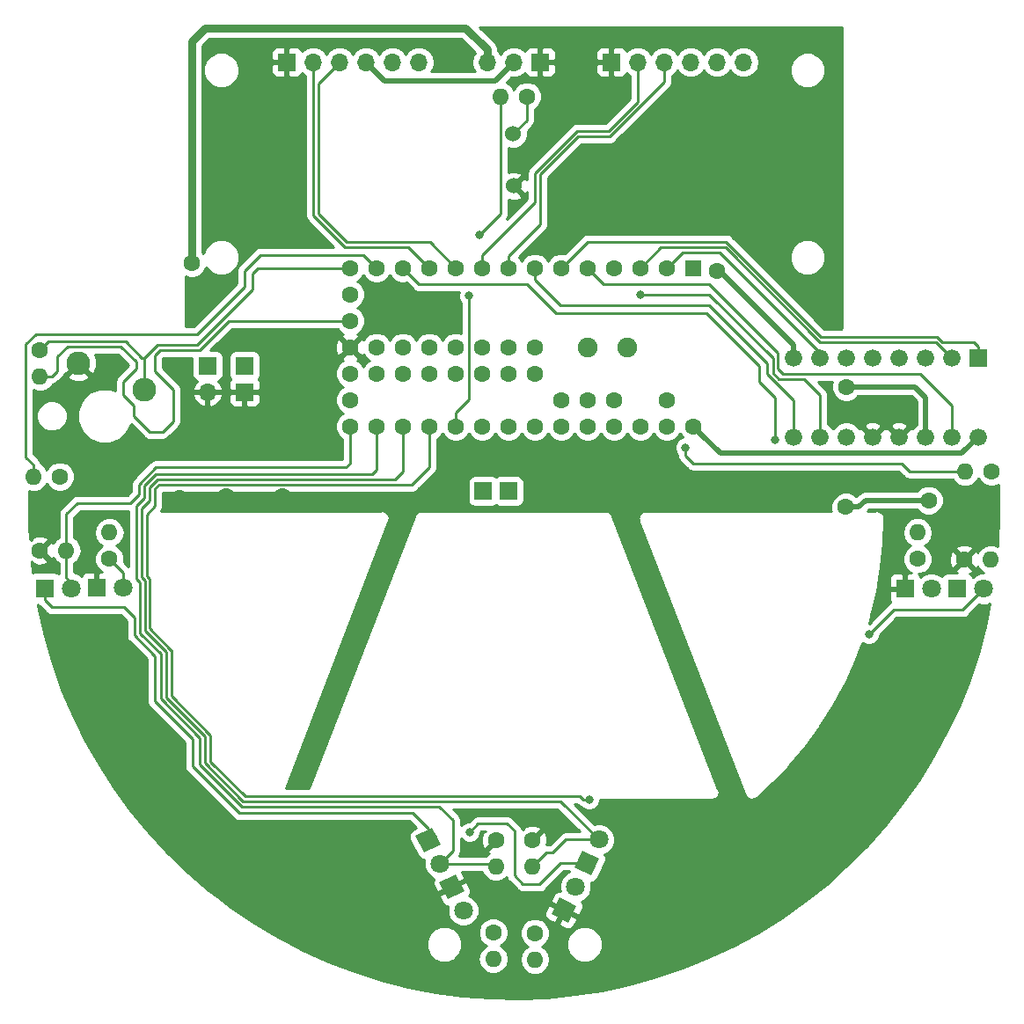
<source format=gbr>
G04 #@! TF.GenerationSoftware,KiCad,Pcbnew,(5.0.0-3-g5ebb6b6)*
G04 #@! TF.CreationDate,2019-09-08T00:47:12-07:00*
G04 #@! TF.ProjectId,mouse,6D6F7573652E6B696361645F70636200,rev?*
G04 #@! TF.SameCoordinates,Original*
G04 #@! TF.FileFunction,Copper,L1,Top,Signal*
G04 #@! TF.FilePolarity,Positive*
%FSLAX46Y46*%
G04 Gerber Fmt 4.6, Leading zero omitted, Abs format (unit mm)*
G04 Created by KiCad (PCBNEW (5.0.0-3-g5ebb6b6)) date Sunday, September 08, 2019 at 12:47:12 AM*
%MOMM*%
%LPD*%
G01*
G04 APERTURE LIST*
G04 #@! TA.AperFunction,ComponentPad*
%ADD10R,1.700000X1.700000*%
G04 #@! TD*
G04 #@! TA.AperFunction,ComponentPad*
%ADD11O,1.700000X1.700000*%
G04 #@! TD*
G04 #@! TA.AperFunction,ComponentPad*
%ADD12C,1.800000*%
G04 #@! TD*
G04 #@! TA.AperFunction,ComponentPad*
%ADD13R,1.800000X1.800000*%
G04 #@! TD*
G04 #@! TA.AperFunction,Conductor*
%ADD14C,0.100000*%
G04 #@! TD*
G04 #@! TA.AperFunction,ComponentPad*
%ADD15C,1.600000*%
G04 #@! TD*
G04 #@! TA.AperFunction,ComponentPad*
%ADD16O,1.600000X1.600000*%
G04 #@! TD*
G04 #@! TA.AperFunction,ComponentPad*
%ADD17R,1.600000X1.600000*%
G04 #@! TD*
G04 #@! TA.AperFunction,ComponentPad*
%ADD18C,1.900000*%
G04 #@! TD*
G04 #@! TA.AperFunction,ComponentPad*
%ADD19R,1.676400X1.676400*%
G04 #@! TD*
G04 #@! TA.AperFunction,ComponentPad*
%ADD20C,1.676400*%
G04 #@! TD*
G04 #@! TA.AperFunction,ComponentPad*
%ADD21C,1.524000*%
G04 #@! TD*
G04 #@! TA.AperFunction,ComponentPad*
%ADD22C,2.286000*%
G04 #@! TD*
G04 #@! TA.AperFunction,ViaPad*
%ADD23C,1.600000*%
G04 #@! TD*
G04 #@! TA.AperFunction,ViaPad*
%ADD24C,0.800000*%
G04 #@! TD*
G04 #@! TA.AperFunction,Conductor*
%ADD25C,0.750000*%
G04 #@! TD*
G04 #@! TA.AperFunction,Conductor*
%ADD26C,0.250000*%
G04 #@! TD*
G04 #@! TA.AperFunction,Conductor*
%ADD27C,0.500000*%
G04 #@! TD*
G04 #@! TA.AperFunction,Conductor*
%ADD28C,0.254000*%
G04 #@! TD*
G04 APERTURE END LIST*
D10*
G04 #@! TO.P,BT1,1*
G04 #@! TO.N,/vBatt*
X129032000Y-88138000D03*
D11*
G04 #@! TO.P,BT1,2*
G04 #@! TO.N,/GND*
X129032000Y-90678000D03*
G04 #@! TD*
D12*
G04 #@! TO.P,D0,2*
G04 #@! TO.N,Net-(D0-Pad2)*
X198691500Y-109601000D03*
D13*
G04 #@! TO.P,D0,1*
G04 #@! TO.N,/GND*
X196151500Y-109601000D03*
G04 #@! TD*
D12*
G04 #@! TO.P,D1,1*
G04 #@! TO.N,/GND*
X163322000Y-140525500D03*
D14*
G04 #@! TD*
G04 #@! TO.N,/GND*
G04 #@! TO.C,D1*
G36*
X163725863Y-141732519D02*
X162114981Y-140929363D01*
X162918137Y-139318481D01*
X164529019Y-140121637D01*
X163725863Y-141732519D01*
X163725863Y-141732519D01*
G37*
D12*
G04 #@! TO.P,D1,2*
G04 #@! TO.N,Net-(D1-Pad2)*
X164455342Y-138252367D03*
G04 #@! TD*
G04 #@! TO.P,D2,2*
G04 #@! TO.N,Net-(D2-Pad2)*
X120904000Y-109537500D03*
D13*
G04 #@! TO.P,D2,1*
G04 #@! TO.N,/GND*
X118364000Y-109537500D03*
G04 #@! TD*
D12*
G04 #@! TO.P,D3,1*
G04 #@! TO.N,/GND*
X152527000Y-138303000D03*
D14*
G04 #@! TD*
G04 #@! TO.N,/GND*
G04 #@! TO.C,D3*
G36*
X151319981Y-137899137D02*
X152930863Y-137095981D01*
X153734019Y-138706863D01*
X152123137Y-139510019D01*
X151319981Y-137899137D01*
X151319981Y-137899137D01*
G37*
D12*
G04 #@! TO.P,D3,2*
G04 #@! TO.N,Net-(D3-Pad2)*
X153660342Y-140576133D03*
G04 #@! TD*
D13*
G04 #@! TO.P,Q0,1*
G04 #@! TO.N,/3.3v*
X201164677Y-109616645D03*
D12*
G04 #@! TO.P,Q0,2*
G04 #@! TO.N,/Reciever_0*
X203704677Y-109616645D03*
G04 #@! TD*
G04 #@! TO.P,Q1,2*
G04 #@! TO.N,/Reciever_1*
X166677842Y-133743867D03*
G04 #@! TO.P,Q1,1*
G04 #@! TO.N,/3.3v*
X165544500Y-136017000D03*
D14*
G04 #@! TD*
G04 #@! TO.N,/3.3v*
G04 #@! TO.C,Q1*
G36*
X165948363Y-137224019D02*
X164337481Y-136420863D01*
X165140637Y-134809981D01*
X166751519Y-135613137D01*
X165948363Y-137224019D01*
X165948363Y-137224019D01*
G37*
D13*
G04 #@! TO.P,Q2,1*
G04 #@! TO.N,/3.3v*
X113346989Y-109548045D03*
D12*
G04 #@! TO.P,Q2,2*
G04 #@! TO.N,/Reciever_2*
X115886989Y-109548045D03*
G04 #@! TD*
G04 #@! TO.P,Q3,2*
G04 #@! TO.N,/Reciever_3*
X151384000Y-136080500D03*
G04 #@! TO.P,Q3,1*
G04 #@! TO.N,/3.3v*
X150250658Y-133807367D03*
D14*
G04 #@! TD*
G04 #@! TO.N,/3.3v*
G04 #@! TO.C,Q3*
G36*
X149043639Y-133403504D02*
X150654521Y-132600348D01*
X151457677Y-134211230D01*
X149846795Y-135014386D01*
X149043639Y-133403504D01*
X149043639Y-133403504D01*
G37*
D15*
G04 #@! TO.P,R0,1*
G04 #@! TO.N,Net-(D0-Pad2)*
X197358000Y-106743500D03*
D16*
G04 #@! TO.P,R0,2*
G04 #@! TO.N,/Emitter_0*
X197358000Y-104203500D03*
G04 #@! TD*
G04 #@! TO.P,R1,2*
G04 #@! TO.N,/Emitter_1*
X160528000Y-145288000D03*
D15*
G04 #@! TO.P,R1,1*
G04 #@! TO.N,Net-(D1-Pad2)*
X160528000Y-142748000D03*
G04 #@! TD*
D16*
G04 #@! TO.P,R2,2*
G04 #@! TO.N,/Emitter_2*
X119570500Y-104203500D03*
D15*
G04 #@! TO.P,R2,1*
G04 #@! TO.N,Net-(D2-Pad2)*
X119570500Y-106743500D03*
G04 #@! TD*
G04 #@! TO.P,R3,1*
G04 #@! TO.N,Net-(D3-Pad2)*
X156527500Y-142684500D03*
D16*
G04 #@! TO.P,R3,2*
G04 #@! TO.N,/Emitter_3*
X156527500Y-145224500D03*
G04 #@! TD*
D15*
G04 #@! TO.P,R4,1*
G04 #@! TO.N,/GND*
X201866500Y-106807000D03*
D16*
G04 #@! TO.P,R4,2*
G04 #@! TO.N,/Reciever_0*
X204406500Y-106807000D03*
G04 #@! TD*
G04 #@! TO.P,R5,2*
G04 #@! TO.N,/Reciever_1*
X160274000Y-136334500D03*
D15*
G04 #@! TO.P,R5,1*
G04 #@! TO.N,/GND*
X160274000Y-133794500D03*
G04 #@! TD*
G04 #@! TO.P,R6,1*
G04 #@! TO.N,/GND*
X112903000Y-105918000D03*
D16*
G04 #@! TO.P,R6,2*
G04 #@! TO.N,/Reciever_2*
X115443000Y-105918000D03*
G04 #@! TD*
G04 #@! TO.P,R7,2*
G04 #@! TO.N,/Reciever_3*
X156781500Y-136334500D03*
D15*
G04 #@! TO.P,R7,1*
G04 #@! TO.N,/GND*
X156781500Y-133794500D03*
G04 #@! TD*
G04 #@! TO.P,U1,17*
G04 #@! TO.N,/GND*
X142748000Y-86360000D03*
G04 #@! TO.P,U1,18*
G04 #@! TO.N,Net-(U1-Pad18)*
X142748000Y-88900000D03*
G04 #@! TO.P,U1,19*
G04 #@! TO.N,Net-(U1-Pad19)*
X142748000Y-91440000D03*
G04 #@! TO.P,U1,20*
G04 #@! TO.N,/Reciever_2*
X142748000Y-93980000D03*
G04 #@! TO.P,U1,16*
G04 #@! TO.N,/3.3v*
X142748000Y-83820000D03*
G04 #@! TO.P,U1,15*
G04 #@! TO.N,Net-(U1-Pad15)*
X142748000Y-81280000D03*
G04 #@! TO.P,U1,14*
G04 #@! TO.N,/PUSH_SW*
X142748000Y-78740000D03*
G04 #@! TO.P,U1,21*
G04 #@! TO.N,/Reciever_3*
X145288000Y-93980000D03*
G04 #@! TO.P,U1,22*
G04 #@! TO.N,/Reciever_1*
X147828000Y-93980000D03*
G04 #@! TO.P,U1,23*
G04 #@! TO.N,/Reciever_0*
X150368000Y-93980000D03*
G04 #@! TO.P,U1,24*
G04 #@! TO.N,/Buzzer*
X152908000Y-93980000D03*
G04 #@! TO.P,U1,25*
G04 #@! TO.N,/i2c_SDA*
X155448000Y-93980000D03*
G04 #@! TO.P,U1,26*
G04 #@! TO.N,/i2c_SCL*
X157988000Y-93980000D03*
G04 #@! TO.P,U1,27*
G04 #@! TO.N,/Emitter_2*
X160528000Y-93980000D03*
G04 #@! TO.P,U1,28*
G04 #@! TO.N,/Emitter_3*
X163068000Y-93980000D03*
G04 #@! TO.P,U1,29*
G04 #@! TO.N,/Emitter_1*
X165608000Y-93980000D03*
G04 #@! TO.P,U1,30*
G04 #@! TO.N,/Emitter_0*
X168148000Y-93980000D03*
G04 #@! TO.P,U1,31*
G04 #@! TO.N,Net-(U1-Pad31)*
X170688000Y-93980000D03*
G04 #@! TO.P,U1,32*
G04 #@! TO.N,Net-(U1-Pad32)*
X173228000Y-93980000D03*
G04 #@! TO.P,U1,33*
G04 #@! TO.N,/5v*
X175768000Y-93980000D03*
G04 #@! TO.P,U1,34*
G04 #@! TO.N,Net-(U1-Pad34)*
X173228000Y-91440000D03*
G04 #@! TO.P,U1,35*
G04 #@! TO.N,Net-(U1-Pad35)*
X168148000Y-91440000D03*
G04 #@! TO.P,U1,36*
G04 #@! TO.N,Net-(U1-Pad36)*
X165608000Y-91440000D03*
G04 #@! TO.P,U1,37*
G04 #@! TO.N,Net-(U1-Pad37)*
X163068000Y-91440000D03*
G04 #@! TO.P,U1,13*
G04 #@! TO.N,/STATUS_LED_1*
X145288000Y-78740000D03*
G04 #@! TO.P,U1,12*
G04 #@! TO.N,/STATUS_LED_0*
X147828000Y-78740000D03*
G04 #@! TO.P,U1,11*
G04 #@! TO.N,/M1_encoder_B*
X150368000Y-78740000D03*
G04 #@! TO.P,U1,10*
G04 #@! TO.N,/M1_encoder_A*
X152908000Y-78740000D03*
G04 #@! TO.P,U1,9*
G04 #@! TO.N,/M2_encoder_B*
X155448000Y-78740000D03*
G04 #@! TO.P,U1,8*
G04 #@! TO.N,/M2_encoder_A*
X157988000Y-78740000D03*
G04 #@! TO.P,U1,7*
G04 #@! TO.N,/M2_speed*
X160528000Y-78740000D03*
G04 #@! TO.P,U1,6*
G04 #@! TO.N,/M1_speed*
X163068000Y-78740000D03*
G04 #@! TO.P,U1,5*
G04 #@! TO.N,/M2_backward*
X165608000Y-78740000D03*
G04 #@! TO.P,U1,4*
G04 #@! TO.N,/M2_forward*
X168148000Y-78740000D03*
G04 #@! TO.P,U1,3*
G04 #@! TO.N,/M1_forward*
X170688000Y-78740000D03*
G04 #@! TO.P,U1,2*
G04 #@! TO.N,/M1_backward*
X173228000Y-78740000D03*
D17*
G04 #@! TO.P,U1,1*
G04 #@! TO.N,/GND*
X175768000Y-78740000D03*
D15*
G04 #@! TO.P,U1,38*
G04 #@! TO.N,Net-(U1-Pad38)*
X160528000Y-86360000D03*
G04 #@! TO.P,U1,39*
G04 #@! TO.N,Net-(U1-Pad39)*
X157988000Y-86360000D03*
G04 #@! TO.P,U1,40*
G04 #@! TO.N,Net-(U1-Pad40)*
X155448000Y-86360000D03*
G04 #@! TO.P,U1,41*
G04 #@! TO.N,Net-(U1-Pad41)*
X152908000Y-86360000D03*
G04 #@! TO.P,U1,42*
G04 #@! TO.N,Net-(U1-Pad42)*
X150368000Y-86360000D03*
G04 #@! TO.P,U1,43*
G04 #@! TO.N,Net-(U1-Pad43)*
X147828000Y-86360000D03*
G04 #@! TO.P,U1,44*
G04 #@! TO.N,Net-(U1-Pad44)*
X145288000Y-86360000D03*
G04 #@! TO.P,U1,45*
G04 #@! TO.N,Net-(U1-Pad45)*
X145288000Y-88900000D03*
G04 #@! TO.P,U1,46*
G04 #@! TO.N,Net-(U1-Pad46)*
X147828000Y-88900000D03*
G04 #@! TO.P,U1,47*
G04 #@! TO.N,Net-(U1-Pad47)*
X150368000Y-88900000D03*
G04 #@! TO.P,U1,48*
G04 #@! TO.N,Net-(U1-Pad48)*
X152908000Y-88900000D03*
G04 #@! TO.P,U1,49*
G04 #@! TO.N,Net-(U1-Pad49)*
X155448000Y-88900000D03*
G04 #@! TO.P,U1,50*
G04 #@! TO.N,Net-(U1-Pad50)*
X157988000Y-88900000D03*
G04 #@! TO.P,U1,51*
G04 #@! TO.N,Net-(U1-Pad51)*
X160528000Y-88900000D03*
D18*
G04 #@! TO.P,U1,52*
G04 #@! TO.N,Net-(U1-Pad52)*
X165608000Y-86360000D03*
X169418000Y-86360000D03*
G04 #@! TD*
D19*
G04 #@! TO.P,U2,1*
G04 #@! TO.N,/M1_speed*
X203200000Y-87376000D03*
D20*
G04 #@! TO.P,U2,2*
G04 #@! TO.N,/M1_forward*
X200660000Y-87376000D03*
G04 #@! TO.P,U2,3*
G04 #@! TO.N,/OUT1*
X198120000Y-87376000D03*
G04 #@! TO.P,U2,4*
G04 #@! TO.N,/GND*
X195580000Y-87376000D03*
G04 #@! TO.P,U2,5*
X193040000Y-87376000D03*
G04 #@! TO.P,U2,6*
G04 #@! TO.N,/OUT2*
X190500000Y-87376000D03*
G04 #@! TO.P,U2,7*
G04 #@! TO.N,/M1_backward*
X187960000Y-87376000D03*
G04 #@! TO.P,U2,8*
G04 #@! TO.N,/5v*
X185420000Y-87376000D03*
G04 #@! TO.P,U2,9*
G04 #@! TO.N,/M2_speed*
X185420000Y-94996000D03*
G04 #@! TO.P,U2,10*
G04 #@! TO.N,/M2_forward*
X187960000Y-94996000D03*
G04 #@! TO.P,U2,11*
G04 #@! TO.N,/OUT3*
X190500000Y-94996000D03*
G04 #@! TO.P,U2,12*
G04 #@! TO.N,/GND*
X193040000Y-94996000D03*
G04 #@! TO.P,U2,13*
X195580000Y-94996000D03*
G04 #@! TO.P,U2,14*
G04 #@! TO.N,/OUT4*
X198120000Y-94996000D03*
G04 #@! TO.P,U2,15*
G04 #@! TO.N,/M2_backward*
X200660000Y-94996000D03*
G04 #@! TO.P,U2,16*
G04 #@! TO.N,/5v*
X203200000Y-94996000D03*
G04 #@! TD*
D10*
G04 #@! TO.P,U3,1*
G04 #@! TO.N,/GND*
X161036000Y-58928000D03*
D11*
G04 #@! TO.P,U3,2*
G04 #@! TO.N,/5v*
X158496000Y-58928000D03*
G04 #@! TO.P,U3,3*
G04 #@! TO.N,/vBatt*
X155956000Y-58928000D03*
G04 #@! TD*
D21*
G04 #@! TO.P,BZ1,2*
G04 #@! TO.N,/GND*
X158496000Y-70826000D03*
G04 #@! TO.P,BZ1,1*
G04 #@! TO.N,Net-(BZ1-Pad1)*
X158446000Y-65826000D03*
G04 #@! TD*
D15*
G04 #@! TO.P,R8,1*
G04 #@! TO.N,Net-(D4-Pad2)*
X204470000Y-98298000D03*
D16*
G04 #@! TO.P,R8,2*
G04 #@! TO.N,/STATUS_LED_0*
X201930000Y-98298000D03*
G04 #@! TD*
G04 #@! TO.P,R9,2*
G04 #@! TO.N,/STATUS_LED_1*
X112268000Y-98806000D03*
D15*
G04 #@! TO.P,R9,1*
G04 #@! TO.N,Net-(D5-Pad2)*
X114808000Y-98806000D03*
G04 #@! TD*
D16*
G04 #@! TO.P,R10,2*
G04 #@! TO.N,/Buzzer*
X157226000Y-62230000D03*
D15*
G04 #@! TO.P,R10,1*
G04 #@! TO.N,Net-(BZ1-Pad1)*
X159766000Y-62230000D03*
G04 #@! TD*
G04 #@! TO.P,R11,1*
G04 #@! TO.N,/PUSH_SW*
X112903000Y-86614000D03*
D16*
G04 #@! TO.P,R11,2*
G04 #@! TO.N,/3.3v*
X112903000Y-89154000D03*
G04 #@! TD*
D22*
G04 #@! TO.P,SW1,1*
G04 #@! TO.N,/GND*
X116586000Y-87884000D03*
G04 #@! TO.P,SW1,2*
G04 #@! TO.N,/PUSH_SW*
X122936000Y-90424000D03*
G04 #@! TD*
D11*
G04 #@! TO.P,U4,6*
G04 #@! TO.N,/OUT4*
X180594000Y-58928000D03*
G04 #@! TO.P,U4,5*
G04 #@! TO.N,/OUT3*
X178054000Y-58928000D03*
G04 #@! TO.P,U4,4*
G04 #@! TO.N,/5v*
X175514000Y-58928000D03*
G04 #@! TO.P,U4,3*
G04 #@! TO.N,/M2_encoder_A*
X172974000Y-58928000D03*
G04 #@! TO.P,U4,2*
G04 #@! TO.N,/M2_encoder_B*
X170434000Y-58928000D03*
D10*
G04 #@! TO.P,U4,1*
G04 #@! TO.N,/GND*
X167894000Y-58928000D03*
G04 #@! TD*
G04 #@! TO.P,U5,1*
G04 #@! TO.N,/GND*
X136652000Y-58928000D03*
D11*
G04 #@! TO.P,U5,2*
G04 #@! TO.N,/M1_encoder_B*
X139192000Y-58928000D03*
G04 #@! TO.P,U5,3*
G04 #@! TO.N,/M1_encoder_A*
X141732000Y-58928000D03*
G04 #@! TO.P,U5,4*
G04 #@! TO.N,/5v*
X144272000Y-58928000D03*
G04 #@! TO.P,U5,5*
G04 #@! TO.N,/OUT1*
X146812000Y-58928000D03*
G04 #@! TO.P,U5,6*
G04 #@! TO.N,/OUT2*
X149352000Y-58928000D03*
G04 #@! TD*
D10*
G04 #@! TO.P,GND,1*
G04 #@! TO.N,/GND*
X132588000Y-90678000D03*
G04 #@! TD*
G04 #@! TO.P,SCL,1*
G04 #@! TO.N,/i2c_SCL*
X157988000Y-100203000D03*
G04 #@! TD*
G04 #@! TO.P,SDA,1*
G04 #@! TO.N,/i2c_SDA*
X155575000Y-100203000D03*
G04 #@! TD*
G04 #@! TO.P,BAT,1*
G04 #@! TO.N,/vBatt*
X132588000Y-88138000D03*
G04 #@! TD*
D23*
G04 #@! TO.N,/vBatt*
X127508000Y-78232000D03*
G04 #@! TO.N,/GND*
X136194800Y-100736400D03*
X130810000Y-100736400D03*
X172262800Y-96672400D03*
X126339600Y-100838000D03*
D24*
G04 #@! TO.N,/3.3v*
X154241500Y-133032500D03*
D23*
X198437500Y-101092000D03*
X190436500Y-101731500D03*
D24*
G04 #@! TO.N,/Reciever_0*
X192684400Y-113995200D03*
X165760400Y-129895600D03*
D23*
G04 #@! TO.N,/5v*
X178054000Y-78994000D03*
D24*
G04 #@! TO.N,/M2_forward*
X170688000Y-81280000D03*
D23*
G04 #@! TO.N,/OUT4*
X190500000Y-90170000D03*
D24*
G04 #@! TO.N,/STATUS_LED_0*
X183642000Y-95250000D03*
X175006000Y-96012000D03*
G04 #@! TO.N,/Buzzer*
X154178000Y-81407000D03*
X155194000Y-75565000D03*
G04 #@! TD*
D25*
G04 #@! TO.N,/vBatt*
X155956000Y-57725919D02*
X153856081Y-55626000D01*
X155956000Y-58928000D02*
X155956000Y-57725919D01*
X153856081Y-55626000D02*
X128778000Y-55626000D01*
X127508000Y-56896000D02*
X128778000Y-55626000D01*
X127508000Y-78232000D02*
X127508000Y-56896000D01*
D26*
G04 #@! TO.N,Net-(D2-Pad2)*
X120904000Y-108077000D02*
X119570500Y-106743500D01*
X120904000Y-109537500D02*
X120904000Y-108077000D01*
G04 #@! TO.N,/3.3v*
X165544500Y-136017000D02*
X163004500Y-136017000D01*
X163004500Y-136017000D02*
X160972500Y-138049000D01*
X160972500Y-138049000D02*
X159385000Y-138049000D01*
X159385000Y-138049000D02*
X158559500Y-137223500D01*
X158559500Y-137223500D02*
X158559500Y-132905500D01*
X158559500Y-132905500D02*
X157861000Y-132207000D01*
X155067000Y-132207000D02*
X154241500Y-133032500D01*
X157861000Y-132207000D02*
X155067000Y-132207000D01*
X113346989Y-110698045D02*
X113346989Y-109548045D01*
X114027944Y-111379000D02*
X113346989Y-110698045D01*
X120967500Y-111379000D02*
X114027944Y-111379000D01*
X121983500Y-112395000D02*
X120967500Y-111379000D01*
X127571500Y-124079000D02*
X123952000Y-120459500D01*
X121983500Y-114109500D02*
X121983500Y-112395000D01*
X123952000Y-116078000D02*
X121983500Y-114109500D01*
X127571500Y-126682500D02*
X127571500Y-124079000D01*
X132080000Y-131191000D02*
X127571500Y-126682500D01*
X148739951Y-131191000D02*
X132080000Y-131191000D01*
X150250658Y-132701707D02*
X148739951Y-131191000D01*
X123952000Y-120459500D02*
X123952000Y-116078000D01*
X150250658Y-133807367D02*
X150250658Y-132701707D01*
D27*
X198437500Y-101092000D02*
X192341500Y-101092000D01*
X191702000Y-101731500D02*
X190436500Y-101731500D01*
X192341500Y-101092000D02*
X191702000Y-101731500D01*
D26*
X114554000Y-87249000D02*
X114554000Y-88646000D01*
X115538989Y-86264011D02*
X114554000Y-87249000D01*
X120681011Y-86264011D02*
X115538989Y-86264011D01*
X122174000Y-88392000D02*
X122174000Y-87757000D01*
X120904000Y-90932000D02*
X120904000Y-89662000D01*
X121920000Y-91948000D02*
X120904000Y-90932000D01*
X121920000Y-92964000D02*
X121920000Y-91948000D01*
X114046000Y-89154000D02*
X112903000Y-89154000D01*
X125730000Y-93472000D02*
X124714000Y-94488000D01*
X122174000Y-87757000D02*
X120681011Y-86264011D01*
X123444000Y-94488000D02*
X121920000Y-92964000D01*
X131064000Y-83820000D02*
X128270000Y-86614000D01*
X125730000Y-90424000D02*
X125730000Y-93472000D01*
X120904000Y-89662000D02*
X122174000Y-88392000D01*
X124460000Y-86614000D02*
X123952000Y-87122000D01*
X128270000Y-86614000D02*
X124460000Y-86614000D01*
X124714000Y-94488000D02*
X123444000Y-94488000D01*
X114554000Y-88646000D02*
X114046000Y-89154000D01*
X123952000Y-88646000D02*
X125730000Y-90424000D01*
X123952000Y-87122000D02*
X123952000Y-88646000D01*
X142748000Y-83820000D02*
X131064000Y-83820000D01*
G04 #@! TO.N,/Reciever_0*
X150368000Y-93980000D02*
X150368000Y-97917000D01*
X150368000Y-97917000D02*
X148717000Y-99568000D01*
X148717000Y-99568000D02*
X127508000Y-99568000D01*
X124334749Y-99568000D02*
X123952000Y-99950749D01*
X127508000Y-99568000D02*
X124334749Y-99568000D01*
X123952000Y-99950749D02*
X123952000Y-101155500D01*
X123952000Y-101155500D02*
X123952000Y-101346000D01*
X201688322Y-111633000D02*
X203704677Y-109616645D01*
X195199000Y-111633000D02*
X201688322Y-111633000D01*
X129286000Y-123698000D02*
X129286000Y-126238000D01*
X125539500Y-119951500D02*
X129286000Y-123698000D01*
X125539500Y-115543106D02*
X125539500Y-119951500D01*
X123952000Y-101155500D02*
X123952000Y-101663500D01*
X123455020Y-108656700D02*
X123455020Y-113422020D01*
X129286000Y-126238000D02*
X132636161Y-129588161D01*
X123170990Y-108372670D02*
X123455020Y-108656700D01*
X123952000Y-101663500D02*
X123170990Y-102444510D01*
X125517224Y-115484224D02*
X125539500Y-115543106D01*
X123455020Y-113422020D02*
X125517224Y-115484224D01*
X123170990Y-102444510D02*
X123170990Y-108372670D01*
X195046600Y-111633000D02*
X192684400Y-113995200D01*
X195199000Y-111633000D02*
X195046600Y-111633000D01*
X164887276Y-129588161D02*
X132636161Y-129588161D01*
X165194715Y-129895600D02*
X164887276Y-129588161D01*
X165760400Y-129895600D02*
X165194715Y-129895600D01*
G04 #@! TO.N,/Reciever_1*
X162972146Y-130038171D02*
X166677842Y-133743867D01*
X132449761Y-130038171D02*
X162972146Y-130038171D01*
X128778000Y-123826410D02*
X128778000Y-126366410D01*
X123005010Y-113670510D02*
X125031500Y-115697000D01*
X128778000Y-126366410D02*
X132449761Y-130038171D01*
X123444000Y-99822339D02*
X123444000Y-101092000D01*
X123005010Y-108843100D02*
X123005010Y-113670510D01*
X123444000Y-101092000D02*
X122682000Y-101854000D01*
X122682000Y-101854000D02*
X122682000Y-108520090D01*
X125031500Y-120079910D02*
X128778000Y-123826410D01*
X147066000Y-99060000D02*
X124206339Y-99060000D01*
X147828000Y-98298000D02*
X147066000Y-99060000D01*
X122682000Y-108520090D02*
X123005010Y-108843100D01*
X124206339Y-99060000D02*
X123444000Y-99822339D01*
X125031500Y-115697000D02*
X125031500Y-120079910D01*
X147828000Y-93980000D02*
X147828000Y-98298000D01*
X166677842Y-133743867D02*
X163499633Y-133743867D01*
X163499633Y-133743867D02*
X162242500Y-135001000D01*
X161607500Y-135001000D02*
X160274000Y-136334500D01*
X162242500Y-135001000D02*
X161607500Y-135001000D01*
G04 #@! TO.N,/Reciever_2*
X115633500Y-109294556D02*
X115886989Y-109548045D01*
X116522500Y-101346000D02*
X115443000Y-102425500D01*
X115443000Y-102425500D02*
X115443000Y-105918000D01*
X122428000Y-99565519D02*
X122428000Y-100520500D01*
X142367000Y-97917000D02*
X124076519Y-97917000D01*
X121602500Y-101346000D02*
X116522500Y-101346000D01*
X122428000Y-100520500D02*
X121602500Y-101346000D01*
X142748000Y-97536000D02*
X142367000Y-97917000D01*
X124076519Y-97917000D02*
X122428000Y-99565519D01*
X142748000Y-93980000D02*
X142748000Y-97536000D01*
X115886989Y-109028989D02*
X115443000Y-108585000D01*
X115886989Y-109548045D02*
X115886989Y-109028989D01*
X115443000Y-105918000D02*
X115443000Y-108585000D01*
G04 #@! TO.N,/Reciever_3*
X152654000Y-131889500D02*
X152654000Y-134810500D01*
X151320500Y-130556000D02*
X152654000Y-131889500D01*
X132331180Y-130556000D02*
X151320500Y-130556000D01*
X128270000Y-126494820D02*
X132331180Y-130556000D01*
X128270000Y-123954820D02*
X128270000Y-126494820D01*
X124523500Y-115887500D02*
X124523500Y-120208320D01*
X122555000Y-113919000D02*
X124523500Y-115887500D01*
X122555000Y-109029500D02*
X122555000Y-113919000D01*
X124077929Y-98552000D02*
X122936000Y-99693929D01*
X122174000Y-101600000D02*
X122174000Y-108648500D01*
X122936000Y-100838000D02*
X122174000Y-101600000D01*
X145288000Y-98171000D02*
X144907000Y-98552000D01*
X122936000Y-99693929D02*
X122936000Y-100838000D01*
X122174000Y-108648500D02*
X122555000Y-109029500D01*
X152654000Y-134810500D02*
X151384000Y-136080500D01*
X124523500Y-120208320D02*
X128270000Y-123954820D01*
X144907000Y-98552000D02*
X124077929Y-98552000D01*
X145288000Y-93980000D02*
X145288000Y-98171000D01*
X156527500Y-136080500D02*
X156781500Y-136334500D01*
X151384000Y-136080500D02*
X156527500Y-136080500D01*
G04 #@! TO.N,/M2_speed*
X160528000Y-79871370D02*
X162952630Y-82296000D01*
X160528000Y-78740000D02*
X160528000Y-79871370D01*
X162952630Y-82296000D02*
X177292000Y-82296000D01*
X177292000Y-82296000D02*
X182880000Y-87884000D01*
X182880000Y-88912430D02*
X184391570Y-90424000D01*
X182880000Y-87884000D02*
X182880000Y-88912430D01*
X184391570Y-90424000D02*
X184404000Y-90424000D01*
X185420000Y-91440000D02*
X185420000Y-94996000D01*
X184404000Y-90424000D02*
X185420000Y-91440000D01*
G04 #@! TO.N,/M1_speed*
X163068000Y-78740000D02*
X165608000Y-76200000D01*
X178944410Y-76200000D02*
X188088410Y-85344000D01*
X165608000Y-76200000D02*
X178944410Y-76200000D01*
X199264410Y-85344000D02*
X199772410Y-85852000D01*
X188088410Y-85344000D02*
X199264410Y-85344000D01*
X203200000Y-86287800D02*
X203200000Y-87376000D01*
X202764200Y-85852000D02*
X203200000Y-86287800D01*
X199772410Y-85852000D02*
X202764200Y-85852000D01*
D27*
G04 #@! TO.N,/5v*
X185420000Y-87376000D02*
X185420000Y-86106000D01*
X185420000Y-86106000D02*
X178816000Y-79502000D01*
X178308000Y-78994000D02*
X178054000Y-78994000D01*
X178816000Y-79502000D02*
X178308000Y-78994000D01*
X176567999Y-94779999D02*
X175768000Y-93980000D01*
X178375010Y-96587010D02*
X176567999Y-94779999D01*
X201608990Y-96587010D02*
X178375010Y-96587010D01*
X203200000Y-94996000D02*
X201608990Y-96587010D01*
X158496000Y-58928000D02*
X156718000Y-60706000D01*
X146050000Y-60706000D02*
X144272000Y-58928000D01*
X156718000Y-60706000D02*
X146050000Y-60706000D01*
D26*
G04 #@! TO.N,/M1_forward*
X199136000Y-85852000D02*
X200660000Y-87376000D01*
X187960000Y-85852000D02*
X199136000Y-85852000D01*
X178873991Y-76765991D02*
X187960000Y-85852000D01*
X172662009Y-76765991D02*
X178873991Y-76765991D01*
X170688000Y-78740000D02*
X172662009Y-76765991D01*
G04 #@! TO.N,/M1_backward*
X187960000Y-86868000D02*
X187960000Y-87376000D01*
X178308000Y-77216000D02*
X187960000Y-86868000D01*
X174752000Y-77216000D02*
X178308000Y-77216000D01*
X173228000Y-78740000D02*
X174752000Y-77216000D01*
G04 #@! TO.N,/M2_forward*
X187960000Y-90932000D02*
X187960000Y-94996000D01*
X186436000Y-89408000D02*
X187960000Y-90932000D01*
X184011980Y-89408000D02*
X186436000Y-89408000D01*
X183445990Y-87433990D02*
X183445990Y-88842010D01*
X183445990Y-88842010D02*
X184011980Y-89408000D01*
X177292000Y-81280000D02*
X183445990Y-87433990D01*
X170688000Y-81280000D02*
X177292000Y-81280000D01*
D27*
G04 #@! TO.N,/OUT4*
X190500000Y-90170000D02*
X197104000Y-90170000D01*
X198120000Y-91186000D02*
X198120000Y-94996000D01*
X197104000Y-90170000D02*
X198120000Y-91186000D01*
D26*
G04 #@! TO.N,/M2_backward*
X200660000Y-91948000D02*
X200660000Y-94996000D01*
X197612000Y-88900000D02*
X200660000Y-91948000D01*
X165608000Y-78740000D02*
X167132000Y-80264000D01*
X183896000Y-86868000D02*
X183896000Y-88392000D01*
X183896000Y-88392000D02*
X184404000Y-88900000D01*
X177292000Y-80264000D02*
X183896000Y-86868000D01*
X184404000Y-88900000D02*
X197612000Y-88900000D01*
X167132000Y-80264000D02*
X177292000Y-80264000D01*
G04 #@! TO.N,/M2_encoder_B*
X164592000Y-65532000D02*
X167640000Y-65532000D01*
X167640000Y-65532000D02*
X170434000Y-62738000D01*
X170434000Y-62738000D02*
X170434000Y-58928000D01*
X155448000Y-78740000D02*
X155448000Y-77470000D01*
X155448000Y-77470000D02*
X160528000Y-72390000D01*
X160528000Y-69596000D02*
X164592000Y-65532000D01*
X160528000Y-72390000D02*
X160528000Y-69596000D01*
G04 #@! TO.N,/M2_encoder_A*
X172974000Y-60834410D02*
X172974000Y-58928000D01*
X167768410Y-66040000D02*
X172974000Y-60834410D01*
X164720410Y-66040000D02*
X167768410Y-66040000D01*
X161036000Y-74560630D02*
X161036000Y-69724410D01*
X161036000Y-69724410D02*
X164720410Y-66040000D01*
X157988000Y-77608630D02*
X161036000Y-74560630D01*
X157988000Y-78740000D02*
X157988000Y-77608630D01*
G04 #@! TO.N,/M1_encoder_A*
X150425990Y-76257990D02*
X142426400Y-76257990D01*
X152908000Y-78740000D02*
X150425990Y-76257990D01*
X142426400Y-76257990D02*
X139700000Y-73531590D01*
X139700000Y-60960000D02*
X141732000Y-58928000D01*
X139700000Y-73531590D02*
X139700000Y-60960000D01*
G04 #@! TO.N,/M1_encoder_B*
X150368000Y-78740000D02*
X148336000Y-76708000D01*
X148336000Y-76708000D02*
X142240000Y-76708000D01*
X139192000Y-73660000D02*
X139192000Y-58928000D01*
X142240000Y-76708000D02*
X139192000Y-73660000D01*
G04 #@! TO.N,Net-(BZ1-Pad1)*
X159766000Y-64506000D02*
X159766000Y-62230000D01*
X158446000Y-65826000D02*
X159766000Y-64506000D01*
G04 #@! TO.N,/STATUS_LED_0*
X182118000Y-88138000D02*
X177038000Y-83058000D01*
X177038000Y-83058000D02*
X162560000Y-83058000D01*
X183642000Y-91186000D02*
X182118000Y-89662000D01*
X182118000Y-89662000D02*
X182118000Y-88138000D01*
X162560000Y-83058000D02*
X159766000Y-80264000D01*
X159766000Y-80264000D02*
X149352000Y-80264000D01*
X149352000Y-80264000D02*
X147828000Y-78740000D01*
X183642000Y-91186000D02*
X183642000Y-95250000D01*
X196596000Y-98298000D02*
X201930000Y-98298000D01*
X175006000Y-96774000D02*
X175768000Y-97536000D01*
X195834000Y-97536000D02*
X196596000Y-98298000D01*
X175768000Y-97536000D02*
X195834000Y-97536000D01*
X175006000Y-96012000D02*
X175006000Y-96774000D01*
G04 #@! TO.N,/STATUS_LED_1*
X112268000Y-97674630D02*
X112268000Y-98806000D01*
X111525010Y-86086990D02*
X111525010Y-96931640D01*
X112522000Y-85090000D02*
X111525010Y-86086990D01*
X128016000Y-85090000D02*
X112522000Y-85090000D01*
X132588000Y-80518000D02*
X128016000Y-85090000D01*
X134112000Y-77470000D02*
X132588000Y-78994000D01*
X111525010Y-96931640D02*
X112268000Y-97674630D01*
X144018000Y-77470000D02*
X134112000Y-77470000D01*
X132588000Y-78994000D02*
X132588000Y-80518000D01*
X145288000Y-78740000D02*
X144018000Y-77470000D01*
G04 #@! TO.N,/Buzzer*
X152908000Y-93980000D02*
X152908000Y-92646500D01*
X152908000Y-92646500D02*
X154178000Y-91376500D01*
X154178000Y-91376500D02*
X154178000Y-81407000D01*
X157226000Y-73533000D02*
X157226000Y-62230000D01*
X155194000Y-75565000D02*
X157226000Y-73533000D01*
G04 #@! TO.N,/PUSH_SW*
X122936000Y-87376000D02*
X122936000Y-90424000D01*
X128016000Y-86106000D02*
X124206000Y-86106000D01*
X133350000Y-80772000D02*
X128016000Y-86106000D01*
X124206000Y-86106000D02*
X122936000Y-87376000D01*
X133350000Y-79248000D02*
X133350000Y-80772000D01*
X133858000Y-78740000D02*
X133350000Y-79248000D01*
X142748000Y-78740000D02*
X133858000Y-78740000D01*
X122936000Y-87376000D02*
X122682000Y-87376000D01*
X113702999Y-85814001D02*
X112903000Y-86614000D01*
X121120001Y-85814001D02*
X113702999Y-85814001D01*
X122682000Y-87376000D02*
X121120001Y-85814001D01*
G04 #@! TD*
D28*
G04 #@! TO.N,/GND*
G36*
X174551466Y-94792862D02*
X174754502Y-94995898D01*
X174419720Y-95134569D01*
X174128569Y-95425720D01*
X173971000Y-95806126D01*
X173971000Y-96217874D01*
X174128569Y-96598280D01*
X174243253Y-96712964D01*
X174231112Y-96774000D01*
X174246000Y-96848847D01*
X174246000Y-96848852D01*
X174285415Y-97047000D01*
X174290097Y-97070537D01*
X174402971Y-97239464D01*
X174458072Y-97321929D01*
X174521528Y-97364329D01*
X175177670Y-98020472D01*
X175220071Y-98083929D01*
X175283527Y-98126329D01*
X175471462Y-98251904D01*
X175489355Y-98255463D01*
X175693148Y-98296000D01*
X175693152Y-98296000D01*
X175768000Y-98310888D01*
X175842848Y-98296000D01*
X195519199Y-98296000D01*
X196005671Y-98782473D01*
X196048071Y-98845929D01*
X196111527Y-98888329D01*
X196299462Y-99013904D01*
X196347605Y-99023480D01*
X196521148Y-99058000D01*
X196521152Y-99058000D01*
X196596000Y-99072888D01*
X196670848Y-99058000D01*
X200711957Y-99058000D01*
X200895423Y-99332577D01*
X201370091Y-99649740D01*
X201788667Y-99733000D01*
X202071333Y-99733000D01*
X202489909Y-99649740D01*
X202964577Y-99332577D01*
X203199606Y-98980832D01*
X203253466Y-99110862D01*
X203657138Y-99514534D01*
X204184561Y-99733000D01*
X204755439Y-99733000D01*
X205157000Y-99566668D01*
X205157000Y-102586399D01*
X205156733Y-102591748D01*
X205064261Y-105297720D01*
X205044937Y-105507731D01*
X204966409Y-105455260D01*
X204547833Y-105372000D01*
X204265167Y-105372000D01*
X203846591Y-105455260D01*
X203371923Y-105772423D01*
X203144889Y-106112203D01*
X203120364Y-106052995D01*
X202874245Y-105978861D01*
X202046105Y-106807000D01*
X202874245Y-107635139D01*
X203120364Y-107561005D01*
X203142780Y-107498641D01*
X203371923Y-107841577D01*
X203731210Y-108081645D01*
X203399347Y-108081645D01*
X202835170Y-108315335D01*
X202665952Y-108484553D01*
X202662834Y-108468880D01*
X202522486Y-108258836D01*
X202377095Y-108161688D01*
X202620505Y-108060864D01*
X202694639Y-107814745D01*
X201866500Y-106986605D01*
X201038361Y-107814745D01*
X201112495Y-108060864D01*
X201135701Y-108069205D01*
X200264677Y-108069205D01*
X200016912Y-108118488D01*
X199806868Y-108258836D01*
X199692026Y-108430709D01*
X199561007Y-108299690D01*
X198996830Y-108066000D01*
X198386170Y-108066000D01*
X197821993Y-108299690D01*
X197645639Y-108476044D01*
X197589827Y-108341301D01*
X197427025Y-108178500D01*
X197643439Y-108178500D01*
X198170862Y-107960034D01*
X198574534Y-107556362D01*
X198793000Y-107028939D01*
X198793000Y-106590223D01*
X200419535Y-106590223D01*
X200446722Y-107160454D01*
X200612636Y-107561005D01*
X200858755Y-107635139D01*
X201686895Y-106807000D01*
X200858755Y-105978861D01*
X200612636Y-106052995D01*
X200419535Y-106590223D01*
X198793000Y-106590223D01*
X198793000Y-106458061D01*
X198574534Y-105930638D01*
X198443151Y-105799255D01*
X201038361Y-105799255D01*
X201866500Y-106627395D01*
X202694639Y-105799255D01*
X202620505Y-105553136D01*
X202083277Y-105360035D01*
X201513046Y-105387222D01*
X201112495Y-105553136D01*
X201038361Y-105799255D01*
X198443151Y-105799255D01*
X198170862Y-105526966D01*
X198040832Y-105473106D01*
X198392577Y-105238077D01*
X198709740Y-104763409D01*
X198821113Y-104203500D01*
X198709740Y-103643591D01*
X198392577Y-103168923D01*
X197917909Y-102851760D01*
X197499333Y-102768500D01*
X197216667Y-102768500D01*
X196798091Y-102851760D01*
X196323423Y-103168923D01*
X196006260Y-103643591D01*
X195894887Y-104203500D01*
X196006260Y-104763409D01*
X196323423Y-105238077D01*
X196675168Y-105473106D01*
X196545138Y-105526966D01*
X196141466Y-105930638D01*
X195923000Y-106458061D01*
X195923000Y-107028939D01*
X196141466Y-107556362D01*
X196545138Y-107960034D01*
X196800962Y-108066000D01*
X196437250Y-108066000D01*
X196278500Y-108224750D01*
X196278500Y-109474000D01*
X196298500Y-109474000D01*
X196298500Y-109728000D01*
X196278500Y-109728000D01*
X196278500Y-109748000D01*
X196024500Y-109748000D01*
X196024500Y-109728000D01*
X194775250Y-109728000D01*
X194616500Y-109886750D01*
X194616500Y-110627310D01*
X194713173Y-110860699D01*
X194766334Y-110913860D01*
X194750063Y-110917096D01*
X194498671Y-111085071D01*
X194456271Y-111148527D01*
X192669093Y-112935706D01*
X192901709Y-112179576D01*
X192905739Y-112164744D01*
X192910143Y-112149970D01*
X192914487Y-112132544D01*
X193447257Y-109878770D01*
X193450295Y-109863705D01*
X193453711Y-109848669D01*
X193456891Y-109830993D01*
X193667123Y-108574690D01*
X194616500Y-108574690D01*
X194616500Y-109315250D01*
X194775250Y-109474000D01*
X196024500Y-109474000D01*
X196024500Y-108224750D01*
X195865750Y-108066000D01*
X195125191Y-108066000D01*
X194891802Y-108162673D01*
X194713173Y-108341301D01*
X194616500Y-108574690D01*
X193667123Y-108574690D01*
X193839123Y-107546864D01*
X193841159Y-107531606D01*
X193843567Y-107516401D01*
X193845569Y-107498554D01*
X194075582Y-105194116D01*
X194076601Y-105178773D01*
X194077998Y-105163426D01*
X194078812Y-105145485D01*
X194153116Y-102905637D01*
X194170309Y-102819200D01*
X194150537Y-102719800D01*
X194145920Y-102685190D01*
X194136286Y-102637414D01*
X194128310Y-102608055D01*
X194115205Y-102542172D01*
X194092398Y-102508039D01*
X194088753Y-102499368D01*
X194066931Y-102455788D01*
X194042267Y-102413752D01*
X194014873Y-102373441D01*
X193984867Y-102335035D01*
X193952381Y-102298702D01*
X193917559Y-102264602D01*
X193880553Y-102232884D01*
X193841528Y-102203689D01*
X193800652Y-102177144D01*
X193758107Y-102153367D01*
X193714081Y-102132461D01*
X193668765Y-102114520D01*
X193622360Y-102099621D01*
X193575069Y-102087829D01*
X193527102Y-102079199D01*
X193478668Y-102073766D01*
X193429979Y-102071555D01*
X193381253Y-102072576D01*
X193332699Y-102076823D01*
X193284535Y-102084280D01*
X193236971Y-102094911D01*
X193190216Y-102108673D01*
X193188784Y-102109200D01*
X192575878Y-102109200D01*
X192708079Y-101977000D01*
X197293104Y-101977000D01*
X197624638Y-102308534D01*
X198152061Y-102527000D01*
X198722939Y-102527000D01*
X199250362Y-102308534D01*
X199654034Y-101904862D01*
X199872500Y-101377439D01*
X199872500Y-100806561D01*
X199654034Y-100279138D01*
X199250362Y-99875466D01*
X198722939Y-99657000D01*
X198152061Y-99657000D01*
X197624638Y-99875466D01*
X197293104Y-100207000D01*
X192428661Y-100207000D01*
X192341500Y-100189663D01*
X192254339Y-100207000D01*
X192254335Y-100207000D01*
X191996190Y-100258348D01*
X191777345Y-100404576D01*
X191777344Y-100404577D01*
X191703451Y-100453951D01*
X191654077Y-100527844D01*
X191458159Y-100723763D01*
X191249362Y-100514966D01*
X190721939Y-100296500D01*
X190151061Y-100296500D01*
X189623638Y-100514966D01*
X189219966Y-100918638D01*
X189001500Y-101446061D01*
X189001500Y-102016939D01*
X189039716Y-102109200D01*
X171274251Y-102109200D01*
X171212795Y-102095486D01*
X171134384Y-102109200D01*
X171126074Y-102109200D01*
X171065554Y-102121238D01*
X170934564Y-102144148D01*
X170927353Y-102148728D01*
X170918972Y-102150395D01*
X170808379Y-102224291D01*
X170696133Y-102295581D01*
X170691223Y-102302572D01*
X170684119Y-102307319D01*
X170610221Y-102417914D01*
X170533803Y-102526730D01*
X170531943Y-102535067D01*
X170527195Y-102542172D01*
X170501246Y-102672627D01*
X170472286Y-102802405D01*
X170473758Y-102810820D01*
X170472091Y-102819200D01*
X170498038Y-102949646D01*
X170508665Y-103010406D01*
X170511665Y-103018151D01*
X170527195Y-103096228D01*
X170562180Y-103148587D01*
X180707527Y-129344783D01*
X180716045Y-129375686D01*
X180732080Y-129421710D01*
X180751132Y-129466571D01*
X180766376Y-129496737D01*
X180769971Y-129506019D01*
X180780868Y-129523177D01*
X180797931Y-129552017D01*
X180815169Y-129577183D01*
X180883180Y-129684266D01*
X181114329Y-129846596D01*
X181390004Y-129908114D01*
X181668236Y-129859451D01*
X181720213Y-129826439D01*
X181741224Y-129816993D01*
X181784253Y-129794104D01*
X181825671Y-129768414D01*
X181865295Y-129740036D01*
X181896075Y-129714746D01*
X181906666Y-129708019D01*
X181911004Y-129701842D01*
X181916296Y-129697075D01*
X183430280Y-128299536D01*
X183440265Y-128289686D01*
X183450558Y-128280088D01*
X183463123Y-128267257D01*
X185063130Y-126592945D01*
X185073374Y-126581487D01*
X185083928Y-126570249D01*
X185095615Y-126556613D01*
X186581142Y-124779943D01*
X186590614Y-124767819D01*
X186600391Y-124755917D01*
X186611149Y-124741536D01*
X187975662Y-122870321D01*
X187984312Y-122857593D01*
X187993275Y-122845073D01*
X188003056Y-122830011D01*
X189240557Y-120872478D01*
X189248337Y-120859217D01*
X189256459Y-120846118D01*
X189265221Y-120830441D01*
X190370267Y-118795198D01*
X190377152Y-118781448D01*
X190384387Y-118767842D01*
X190392090Y-118751618D01*
X191359824Y-116647614D01*
X191365783Y-116633439D01*
X191372100Y-116619383D01*
X191378711Y-116602684D01*
X192055593Y-114830104D01*
X192098120Y-114872631D01*
X192478526Y-115030200D01*
X192890274Y-115030200D01*
X193270680Y-114872631D01*
X193561831Y-114581480D01*
X193719400Y-114201074D01*
X193719400Y-114035001D01*
X195361402Y-112393000D01*
X201613475Y-112393000D01*
X201688322Y-112407888D01*
X201763169Y-112393000D01*
X201763174Y-112393000D01*
X201984859Y-112348904D01*
X202236251Y-112180929D01*
X202278653Y-112117470D01*
X203289838Y-111106285D01*
X203399347Y-111151645D01*
X204010007Y-111151645D01*
X204337306Y-111016073D01*
X203866094Y-113260440D01*
X203163502Y-115854060D01*
X202312781Y-118402919D01*
X201316741Y-120898601D01*
X200178702Y-123332782D01*
X198902412Y-125697450D01*
X197492138Y-127984697D01*
X195952529Y-130186987D01*
X194288699Y-132296997D01*
X192506169Y-134307733D01*
X190610858Y-136212515D01*
X188609020Y-138005055D01*
X186507341Y-139679372D01*
X184312753Y-141229939D01*
X182032536Y-142651613D01*
X179674279Y-143939661D01*
X177245791Y-145089822D01*
X174755111Y-146098286D01*
X172210522Y-146961701D01*
X169620436Y-147677211D01*
X166993461Y-148242438D01*
X164338303Y-148655508D01*
X161663784Y-148915051D01*
X158978747Y-149020209D01*
X156292117Y-148970629D01*
X153612788Y-148766479D01*
X150949649Y-148408433D01*
X148311558Y-147897685D01*
X145707225Y-147235919D01*
X143145297Y-146425334D01*
X140634290Y-145468621D01*
X138182520Y-144368952D01*
X136479324Y-143483939D01*
X150082300Y-143483939D01*
X150082300Y-144171061D01*
X150345250Y-144805880D01*
X150831120Y-145291750D01*
X151465939Y-145554700D01*
X152153061Y-145554700D01*
X152787880Y-145291750D01*
X152855130Y-145224500D01*
X155064387Y-145224500D01*
X155175760Y-145784409D01*
X155492923Y-146259077D01*
X155967591Y-146576240D01*
X156386167Y-146659500D01*
X156668833Y-146659500D01*
X157087409Y-146576240D01*
X157562077Y-146259077D01*
X157879240Y-145784409D01*
X157977982Y-145288000D01*
X159064887Y-145288000D01*
X159176260Y-145847909D01*
X159493423Y-146322577D01*
X159968091Y-146639740D01*
X160386667Y-146723000D01*
X160669333Y-146723000D01*
X161087909Y-146639740D01*
X161562577Y-146322577D01*
X161879740Y-145847909D01*
X161991113Y-145288000D01*
X161879740Y-144728091D01*
X161562577Y-144253423D01*
X161210832Y-144018394D01*
X161340862Y-143964534D01*
X161744534Y-143560862D01*
X161776396Y-143483939D01*
X163582300Y-143483939D01*
X163582300Y-144171061D01*
X163845250Y-144805880D01*
X164331120Y-145291750D01*
X164965939Y-145554700D01*
X165653061Y-145554700D01*
X166287880Y-145291750D01*
X166773750Y-144805880D01*
X167036700Y-144171061D01*
X167036700Y-143483939D01*
X166773750Y-142849120D01*
X166287880Y-142363250D01*
X165653061Y-142100300D01*
X164965939Y-142100300D01*
X164331120Y-142363250D01*
X163845250Y-142849120D01*
X163582300Y-143483939D01*
X161776396Y-143483939D01*
X161963000Y-143033439D01*
X161963000Y-142462561D01*
X161744534Y-141935138D01*
X161623217Y-141813821D01*
X162821577Y-141813821D01*
X162892814Y-142026725D01*
X163329489Y-142244443D01*
X163555566Y-142357162D01*
X163807570Y-142374783D01*
X164047134Y-142294625D01*
X164237787Y-142128893D01*
X164568223Y-141466141D01*
X164496986Y-141253236D01*
X163378990Y-140695824D01*
X162821577Y-141813821D01*
X161623217Y-141813821D01*
X161340862Y-141531466D01*
X160813439Y-141313000D01*
X160242561Y-141313000D01*
X159715138Y-141531466D01*
X159311466Y-141935138D01*
X159093000Y-142462561D01*
X159093000Y-143033439D01*
X159311466Y-143560862D01*
X159715138Y-143964534D01*
X159845168Y-144018394D01*
X159493423Y-144253423D01*
X159176260Y-144728091D01*
X159064887Y-145288000D01*
X157977982Y-145288000D01*
X157990613Y-145224500D01*
X157879240Y-144664591D01*
X157562077Y-144189923D01*
X157210332Y-143954894D01*
X157340362Y-143901034D01*
X157744034Y-143497362D01*
X157962500Y-142969939D01*
X157962500Y-142399061D01*
X157744034Y-141871638D01*
X157340362Y-141467966D01*
X156812939Y-141249500D01*
X156242061Y-141249500D01*
X155714638Y-141467966D01*
X155310966Y-141871638D01*
X155092500Y-142399061D01*
X155092500Y-142969939D01*
X155310966Y-143497362D01*
X155714638Y-143901034D01*
X155844668Y-143954894D01*
X155492923Y-144189923D01*
X155175760Y-144664591D01*
X155064387Y-145224500D01*
X152855130Y-145224500D01*
X153273750Y-144805880D01*
X153536700Y-144171061D01*
X153536700Y-143483939D01*
X153273750Y-142849120D01*
X152787880Y-142363250D01*
X152153061Y-142100300D01*
X151465939Y-142100300D01*
X150831120Y-142363250D01*
X150345250Y-142849120D01*
X150082300Y-143483939D01*
X136479324Y-143483939D01*
X135798124Y-143129975D01*
X133488978Y-141755786D01*
X131262783Y-140250960D01*
X129943224Y-139243641D01*
X151280777Y-139243641D01*
X151611213Y-139906393D01*
X151801866Y-140072125D01*
X152041430Y-140152283D01*
X152178402Y-140142705D01*
X152125342Y-140270803D01*
X152125342Y-140881463D01*
X152359032Y-141445640D01*
X152790835Y-141877443D01*
X153355012Y-142111133D01*
X153965672Y-142111133D01*
X154529849Y-141877443D01*
X154961652Y-141445640D01*
X155141657Y-141011069D01*
X161472717Y-141011069D01*
X161552874Y-141250633D01*
X161718606Y-141441287D01*
X161944684Y-141554005D01*
X162381359Y-141771723D01*
X162594264Y-141700486D01*
X163151676Y-140582490D01*
X162033679Y-140025077D01*
X161820775Y-140096314D01*
X161490339Y-140759066D01*
X161472717Y-141011069D01*
X155141657Y-141011069D01*
X155195342Y-140881463D01*
X155195342Y-140270803D01*
X154961652Y-139706626D01*
X154529849Y-139274823D01*
X154200332Y-139138332D01*
X154296126Y-139028133D01*
X154376283Y-138788569D01*
X154358661Y-138536566D01*
X154028225Y-137873814D01*
X153815321Y-137802577D01*
X152697324Y-138359990D01*
X152706248Y-138377888D01*
X152478934Y-138491223D01*
X152470010Y-138473324D01*
X151352014Y-139030736D01*
X151280777Y-139243641D01*
X129943224Y-139243641D01*
X129126904Y-138620483D01*
X127088412Y-136869750D01*
X125154089Y-135004586D01*
X123330333Y-133031158D01*
X121623214Y-130956040D01*
X120038363Y-128786072D01*
X118581061Y-126528486D01*
X117256125Y-124190748D01*
X116067958Y-121780617D01*
X115020500Y-119306094D01*
X114117217Y-116775364D01*
X113361112Y-114196836D01*
X112754696Y-111579078D01*
X112671662Y-111095485D01*
X112698507Y-111095485D01*
X112799060Y-111245974D01*
X112862519Y-111288376D01*
X113437614Y-111863472D01*
X113480015Y-111926929D01*
X113543471Y-111969329D01*
X113731406Y-112094904D01*
X113749294Y-112098462D01*
X113953092Y-112139000D01*
X113953096Y-112139000D01*
X114027944Y-112153888D01*
X114102792Y-112139000D01*
X120652699Y-112139000D01*
X121223501Y-112709803D01*
X121223500Y-114034653D01*
X121208612Y-114109500D01*
X121223500Y-114184347D01*
X121223500Y-114184351D01*
X121267596Y-114406036D01*
X121435571Y-114657429D01*
X121499030Y-114699831D01*
X123192001Y-116392804D01*
X123192000Y-120384653D01*
X123177112Y-120459500D01*
X123192000Y-120534347D01*
X123192000Y-120534351D01*
X123236096Y-120756036D01*
X123404071Y-121007429D01*
X123467530Y-121049831D01*
X126811501Y-124393803D01*
X126811500Y-126607653D01*
X126796612Y-126682500D01*
X126811500Y-126757347D01*
X126811500Y-126757351D01*
X126855596Y-126979036D01*
X127023571Y-127230429D01*
X127087030Y-127272831D01*
X131489670Y-131675472D01*
X131532071Y-131738929D01*
X131595527Y-131781329D01*
X131783462Y-131906904D01*
X131801355Y-131910463D01*
X132005148Y-131951000D01*
X132005152Y-131951000D01*
X132080000Y-131965888D01*
X132154848Y-131951000D01*
X148425150Y-131951000D01*
X149117418Y-132643270D01*
X148754753Y-132824088D01*
X148555010Y-132978745D01*
X148429656Y-133198068D01*
X148397776Y-133448667D01*
X148464223Y-133692390D01*
X149267379Y-135303272D01*
X149422036Y-135503015D01*
X149641359Y-135628369D01*
X149891958Y-135660249D01*
X149897193Y-135658822D01*
X149849000Y-135775170D01*
X149849000Y-136385830D01*
X150082690Y-136950007D01*
X150514493Y-137381810D01*
X150818750Y-137507837D01*
X150757874Y-137577867D01*
X150677717Y-137817431D01*
X150695339Y-138069434D01*
X151025775Y-138732186D01*
X151238679Y-138803423D01*
X152356676Y-138246010D01*
X152347752Y-138228112D01*
X152575066Y-138114777D01*
X152583990Y-138132676D01*
X153701986Y-137575264D01*
X153773223Y-137362359D01*
X153513034Y-136840500D01*
X155419037Y-136840500D01*
X155429760Y-136894409D01*
X155746923Y-137369077D01*
X156221591Y-137686240D01*
X156640167Y-137769500D01*
X156922833Y-137769500D01*
X157341409Y-137686240D01*
X157813863Y-137370557D01*
X157843596Y-137520036D01*
X158011571Y-137771429D01*
X158075029Y-137813831D01*
X158794673Y-138533475D01*
X158837071Y-138596929D01*
X158900524Y-138639327D01*
X158900526Y-138639329D01*
X158970460Y-138686057D01*
X159088463Y-138764904D01*
X159310148Y-138809000D01*
X159310152Y-138809000D01*
X159384999Y-138823888D01*
X159459846Y-138809000D01*
X160897653Y-138809000D01*
X160972500Y-138823888D01*
X161047347Y-138809000D01*
X161047352Y-138809000D01*
X161269037Y-138764904D01*
X161520429Y-138596929D01*
X161562831Y-138533470D01*
X163319302Y-136777000D01*
X163809631Y-136777000D01*
X163847230Y-136842784D01*
X163585835Y-136951057D01*
X163154032Y-137382860D01*
X162920342Y-137947037D01*
X162920342Y-138557697D01*
X162973402Y-138685795D01*
X162836430Y-138676217D01*
X162596866Y-138756375D01*
X162406213Y-138922107D01*
X162075777Y-139584859D01*
X162147014Y-139797764D01*
X163265010Y-140355176D01*
X163273934Y-140337277D01*
X163501248Y-140450612D01*
X163492324Y-140468510D01*
X164610321Y-141025923D01*
X164823225Y-140954686D01*
X165153661Y-140291934D01*
X165171283Y-140039931D01*
X165091126Y-139800367D01*
X164995332Y-139690168D01*
X165324849Y-139553677D01*
X165756652Y-139121874D01*
X165990342Y-138557697D01*
X165990342Y-137947037D01*
X165955621Y-137863213D01*
X166153799Y-137838002D01*
X166373122Y-137712648D01*
X166527779Y-137512905D01*
X167330935Y-135902023D01*
X167397382Y-135658300D01*
X167365502Y-135407701D01*
X167240148Y-135188378D01*
X167226724Y-135177984D01*
X167547349Y-135045177D01*
X167979152Y-134613374D01*
X168212842Y-134049197D01*
X168212842Y-133438537D01*
X167979152Y-132874360D01*
X167547349Y-132442557D01*
X166983172Y-132208867D01*
X166372512Y-132208867D01*
X166263004Y-132254227D01*
X164356937Y-130348161D01*
X164572474Y-130348161D01*
X164604385Y-130380072D01*
X164646786Y-130443529D01*
X164898178Y-130611504D01*
X165041003Y-130639914D01*
X165174120Y-130773031D01*
X165554526Y-130930600D01*
X165966274Y-130930600D01*
X166346680Y-130773031D01*
X166637831Y-130481880D01*
X166795400Y-130101474D01*
X166795400Y-129894400D01*
X177467749Y-129894400D01*
X177529204Y-129908114D01*
X177607614Y-129894400D01*
X177615926Y-129894400D01*
X177676471Y-129882357D01*
X177807436Y-129859451D01*
X177814645Y-129854873D01*
X177823028Y-129853205D01*
X177933645Y-129779293D01*
X178045866Y-129708019D01*
X178050775Y-129701029D01*
X178057881Y-129696281D01*
X178131788Y-129585672D01*
X178208197Y-129476870D01*
X178210057Y-129468533D01*
X178214805Y-129461428D01*
X178240754Y-129330973D01*
X178269714Y-129201195D01*
X178268242Y-129192780D01*
X178269909Y-129184400D01*
X178243963Y-129053959D01*
X178233335Y-128993193D01*
X178230335Y-128985446D01*
X178214805Y-128907372D01*
X178179821Y-128855014D01*
X168019536Y-102620250D01*
X168004005Y-102542172D01*
X167930104Y-102431572D01*
X167858819Y-102319333D01*
X167851828Y-102314423D01*
X167847081Y-102307319D01*
X167736486Y-102233421D01*
X167627670Y-102157003D01*
X167619333Y-102155143D01*
X167612228Y-102150395D01*
X167481771Y-102124446D01*
X167351995Y-102095486D01*
X167273584Y-102109200D01*
X149667614Y-102109200D01*
X149589204Y-102095486D01*
X149459439Y-102124444D01*
X149328972Y-102150395D01*
X149321865Y-102155144D01*
X149313529Y-102157004D01*
X149204723Y-102233416D01*
X149094119Y-102307319D01*
X149089372Y-102314424D01*
X149082380Y-102319334D01*
X149011080Y-102431595D01*
X148937195Y-102542172D01*
X148921666Y-102620244D01*
X138771780Y-128828161D01*
X136560964Y-128828161D01*
X146507867Y-103015947D01*
X146545166Y-102800557D01*
X146481005Y-102515283D01*
X146312558Y-102276277D01*
X146065469Y-102119926D01*
X145777356Y-102070034D01*
X145603700Y-102109091D01*
X124576338Y-102097075D01*
X124667904Y-101960037D01*
X124712000Y-101738352D01*
X124712000Y-101738347D01*
X124726888Y-101663500D01*
X124712000Y-101588653D01*
X124712000Y-100328000D01*
X148642153Y-100328000D01*
X148717000Y-100342888D01*
X148791847Y-100328000D01*
X148791852Y-100328000D01*
X149013537Y-100283904D01*
X149264929Y-100115929D01*
X149307331Y-100052470D01*
X150006801Y-99353000D01*
X154077560Y-99353000D01*
X154077560Y-101053000D01*
X154126843Y-101300765D01*
X154267191Y-101510809D01*
X154477235Y-101651157D01*
X154725000Y-101700440D01*
X156425000Y-101700440D01*
X156672765Y-101651157D01*
X156781500Y-101578502D01*
X156890235Y-101651157D01*
X157138000Y-101700440D01*
X158838000Y-101700440D01*
X159085765Y-101651157D01*
X159295809Y-101510809D01*
X159436157Y-101300765D01*
X159485440Y-101053000D01*
X159485440Y-99353000D01*
X159436157Y-99105235D01*
X159295809Y-98895191D01*
X159085765Y-98754843D01*
X158838000Y-98705560D01*
X157138000Y-98705560D01*
X156890235Y-98754843D01*
X156781500Y-98827498D01*
X156672765Y-98754843D01*
X156425000Y-98705560D01*
X154725000Y-98705560D01*
X154477235Y-98754843D01*
X154267191Y-98895191D01*
X154126843Y-99105235D01*
X154077560Y-99353000D01*
X150006801Y-99353000D01*
X150852473Y-98507329D01*
X150915929Y-98464929D01*
X151083904Y-98213537D01*
X151128000Y-97991852D01*
X151128000Y-97991848D01*
X151142888Y-97917000D01*
X151128000Y-97842152D01*
X151128000Y-95218430D01*
X151180862Y-95196534D01*
X151584534Y-94792862D01*
X151638000Y-94663784D01*
X151691466Y-94792862D01*
X152095138Y-95196534D01*
X152622561Y-95415000D01*
X153193439Y-95415000D01*
X153720862Y-95196534D01*
X154124534Y-94792862D01*
X154178000Y-94663784D01*
X154231466Y-94792862D01*
X154635138Y-95196534D01*
X155162561Y-95415000D01*
X155733439Y-95415000D01*
X156260862Y-95196534D01*
X156664534Y-94792862D01*
X156718000Y-94663784D01*
X156771466Y-94792862D01*
X157175138Y-95196534D01*
X157702561Y-95415000D01*
X158273439Y-95415000D01*
X158800862Y-95196534D01*
X159204534Y-94792862D01*
X159258000Y-94663784D01*
X159311466Y-94792862D01*
X159715138Y-95196534D01*
X160242561Y-95415000D01*
X160813439Y-95415000D01*
X161340862Y-95196534D01*
X161744534Y-94792862D01*
X161798000Y-94663784D01*
X161851466Y-94792862D01*
X162255138Y-95196534D01*
X162782561Y-95415000D01*
X163353439Y-95415000D01*
X163880862Y-95196534D01*
X164284534Y-94792862D01*
X164338000Y-94663784D01*
X164391466Y-94792862D01*
X164795138Y-95196534D01*
X165322561Y-95415000D01*
X165893439Y-95415000D01*
X166420862Y-95196534D01*
X166824534Y-94792862D01*
X166878000Y-94663784D01*
X166931466Y-94792862D01*
X167335138Y-95196534D01*
X167862561Y-95415000D01*
X168433439Y-95415000D01*
X168960862Y-95196534D01*
X169364534Y-94792862D01*
X169418000Y-94663784D01*
X169471466Y-94792862D01*
X169875138Y-95196534D01*
X170402561Y-95415000D01*
X170973439Y-95415000D01*
X171500862Y-95196534D01*
X171904534Y-94792862D01*
X171958000Y-94663784D01*
X172011466Y-94792862D01*
X172415138Y-95196534D01*
X172942561Y-95415000D01*
X173513439Y-95415000D01*
X174040862Y-95196534D01*
X174444534Y-94792862D01*
X174498000Y-94663784D01*
X174551466Y-94792862D01*
X174551466Y-94792862D01*
G37*
X174551466Y-94792862D02*
X174754502Y-94995898D01*
X174419720Y-95134569D01*
X174128569Y-95425720D01*
X173971000Y-95806126D01*
X173971000Y-96217874D01*
X174128569Y-96598280D01*
X174243253Y-96712964D01*
X174231112Y-96774000D01*
X174246000Y-96848847D01*
X174246000Y-96848852D01*
X174285415Y-97047000D01*
X174290097Y-97070537D01*
X174402971Y-97239464D01*
X174458072Y-97321929D01*
X174521528Y-97364329D01*
X175177670Y-98020472D01*
X175220071Y-98083929D01*
X175283527Y-98126329D01*
X175471462Y-98251904D01*
X175489355Y-98255463D01*
X175693148Y-98296000D01*
X175693152Y-98296000D01*
X175768000Y-98310888D01*
X175842848Y-98296000D01*
X195519199Y-98296000D01*
X196005671Y-98782473D01*
X196048071Y-98845929D01*
X196111527Y-98888329D01*
X196299462Y-99013904D01*
X196347605Y-99023480D01*
X196521148Y-99058000D01*
X196521152Y-99058000D01*
X196596000Y-99072888D01*
X196670848Y-99058000D01*
X200711957Y-99058000D01*
X200895423Y-99332577D01*
X201370091Y-99649740D01*
X201788667Y-99733000D01*
X202071333Y-99733000D01*
X202489909Y-99649740D01*
X202964577Y-99332577D01*
X203199606Y-98980832D01*
X203253466Y-99110862D01*
X203657138Y-99514534D01*
X204184561Y-99733000D01*
X204755439Y-99733000D01*
X205157000Y-99566668D01*
X205157000Y-102586399D01*
X205156733Y-102591748D01*
X205064261Y-105297720D01*
X205044937Y-105507731D01*
X204966409Y-105455260D01*
X204547833Y-105372000D01*
X204265167Y-105372000D01*
X203846591Y-105455260D01*
X203371923Y-105772423D01*
X203144889Y-106112203D01*
X203120364Y-106052995D01*
X202874245Y-105978861D01*
X202046105Y-106807000D01*
X202874245Y-107635139D01*
X203120364Y-107561005D01*
X203142780Y-107498641D01*
X203371923Y-107841577D01*
X203731210Y-108081645D01*
X203399347Y-108081645D01*
X202835170Y-108315335D01*
X202665952Y-108484553D01*
X202662834Y-108468880D01*
X202522486Y-108258836D01*
X202377095Y-108161688D01*
X202620505Y-108060864D01*
X202694639Y-107814745D01*
X201866500Y-106986605D01*
X201038361Y-107814745D01*
X201112495Y-108060864D01*
X201135701Y-108069205D01*
X200264677Y-108069205D01*
X200016912Y-108118488D01*
X199806868Y-108258836D01*
X199692026Y-108430709D01*
X199561007Y-108299690D01*
X198996830Y-108066000D01*
X198386170Y-108066000D01*
X197821993Y-108299690D01*
X197645639Y-108476044D01*
X197589827Y-108341301D01*
X197427025Y-108178500D01*
X197643439Y-108178500D01*
X198170862Y-107960034D01*
X198574534Y-107556362D01*
X198793000Y-107028939D01*
X198793000Y-106590223D01*
X200419535Y-106590223D01*
X200446722Y-107160454D01*
X200612636Y-107561005D01*
X200858755Y-107635139D01*
X201686895Y-106807000D01*
X200858755Y-105978861D01*
X200612636Y-106052995D01*
X200419535Y-106590223D01*
X198793000Y-106590223D01*
X198793000Y-106458061D01*
X198574534Y-105930638D01*
X198443151Y-105799255D01*
X201038361Y-105799255D01*
X201866500Y-106627395D01*
X202694639Y-105799255D01*
X202620505Y-105553136D01*
X202083277Y-105360035D01*
X201513046Y-105387222D01*
X201112495Y-105553136D01*
X201038361Y-105799255D01*
X198443151Y-105799255D01*
X198170862Y-105526966D01*
X198040832Y-105473106D01*
X198392577Y-105238077D01*
X198709740Y-104763409D01*
X198821113Y-104203500D01*
X198709740Y-103643591D01*
X198392577Y-103168923D01*
X197917909Y-102851760D01*
X197499333Y-102768500D01*
X197216667Y-102768500D01*
X196798091Y-102851760D01*
X196323423Y-103168923D01*
X196006260Y-103643591D01*
X195894887Y-104203500D01*
X196006260Y-104763409D01*
X196323423Y-105238077D01*
X196675168Y-105473106D01*
X196545138Y-105526966D01*
X196141466Y-105930638D01*
X195923000Y-106458061D01*
X195923000Y-107028939D01*
X196141466Y-107556362D01*
X196545138Y-107960034D01*
X196800962Y-108066000D01*
X196437250Y-108066000D01*
X196278500Y-108224750D01*
X196278500Y-109474000D01*
X196298500Y-109474000D01*
X196298500Y-109728000D01*
X196278500Y-109728000D01*
X196278500Y-109748000D01*
X196024500Y-109748000D01*
X196024500Y-109728000D01*
X194775250Y-109728000D01*
X194616500Y-109886750D01*
X194616500Y-110627310D01*
X194713173Y-110860699D01*
X194766334Y-110913860D01*
X194750063Y-110917096D01*
X194498671Y-111085071D01*
X194456271Y-111148527D01*
X192669093Y-112935706D01*
X192901709Y-112179576D01*
X192905739Y-112164744D01*
X192910143Y-112149970D01*
X192914487Y-112132544D01*
X193447257Y-109878770D01*
X193450295Y-109863705D01*
X193453711Y-109848669D01*
X193456891Y-109830993D01*
X193667123Y-108574690D01*
X194616500Y-108574690D01*
X194616500Y-109315250D01*
X194775250Y-109474000D01*
X196024500Y-109474000D01*
X196024500Y-108224750D01*
X195865750Y-108066000D01*
X195125191Y-108066000D01*
X194891802Y-108162673D01*
X194713173Y-108341301D01*
X194616500Y-108574690D01*
X193667123Y-108574690D01*
X193839123Y-107546864D01*
X193841159Y-107531606D01*
X193843567Y-107516401D01*
X193845569Y-107498554D01*
X194075582Y-105194116D01*
X194076601Y-105178773D01*
X194077998Y-105163426D01*
X194078812Y-105145485D01*
X194153116Y-102905637D01*
X194170309Y-102819200D01*
X194150537Y-102719800D01*
X194145920Y-102685190D01*
X194136286Y-102637414D01*
X194128310Y-102608055D01*
X194115205Y-102542172D01*
X194092398Y-102508039D01*
X194088753Y-102499368D01*
X194066931Y-102455788D01*
X194042267Y-102413752D01*
X194014873Y-102373441D01*
X193984867Y-102335035D01*
X193952381Y-102298702D01*
X193917559Y-102264602D01*
X193880553Y-102232884D01*
X193841528Y-102203689D01*
X193800652Y-102177144D01*
X193758107Y-102153367D01*
X193714081Y-102132461D01*
X193668765Y-102114520D01*
X193622360Y-102099621D01*
X193575069Y-102087829D01*
X193527102Y-102079199D01*
X193478668Y-102073766D01*
X193429979Y-102071555D01*
X193381253Y-102072576D01*
X193332699Y-102076823D01*
X193284535Y-102084280D01*
X193236971Y-102094911D01*
X193190216Y-102108673D01*
X193188784Y-102109200D01*
X192575878Y-102109200D01*
X192708079Y-101977000D01*
X197293104Y-101977000D01*
X197624638Y-102308534D01*
X198152061Y-102527000D01*
X198722939Y-102527000D01*
X199250362Y-102308534D01*
X199654034Y-101904862D01*
X199872500Y-101377439D01*
X199872500Y-100806561D01*
X199654034Y-100279138D01*
X199250362Y-99875466D01*
X198722939Y-99657000D01*
X198152061Y-99657000D01*
X197624638Y-99875466D01*
X197293104Y-100207000D01*
X192428661Y-100207000D01*
X192341500Y-100189663D01*
X192254339Y-100207000D01*
X192254335Y-100207000D01*
X191996190Y-100258348D01*
X191777345Y-100404576D01*
X191777344Y-100404577D01*
X191703451Y-100453951D01*
X191654077Y-100527844D01*
X191458159Y-100723763D01*
X191249362Y-100514966D01*
X190721939Y-100296500D01*
X190151061Y-100296500D01*
X189623638Y-100514966D01*
X189219966Y-100918638D01*
X189001500Y-101446061D01*
X189001500Y-102016939D01*
X189039716Y-102109200D01*
X171274251Y-102109200D01*
X171212795Y-102095486D01*
X171134384Y-102109200D01*
X171126074Y-102109200D01*
X171065554Y-102121238D01*
X170934564Y-102144148D01*
X170927353Y-102148728D01*
X170918972Y-102150395D01*
X170808379Y-102224291D01*
X170696133Y-102295581D01*
X170691223Y-102302572D01*
X170684119Y-102307319D01*
X170610221Y-102417914D01*
X170533803Y-102526730D01*
X170531943Y-102535067D01*
X170527195Y-102542172D01*
X170501246Y-102672627D01*
X170472286Y-102802405D01*
X170473758Y-102810820D01*
X170472091Y-102819200D01*
X170498038Y-102949646D01*
X170508665Y-103010406D01*
X170511665Y-103018151D01*
X170527195Y-103096228D01*
X170562180Y-103148587D01*
X180707527Y-129344783D01*
X180716045Y-129375686D01*
X180732080Y-129421710D01*
X180751132Y-129466571D01*
X180766376Y-129496737D01*
X180769971Y-129506019D01*
X180780868Y-129523177D01*
X180797931Y-129552017D01*
X180815169Y-129577183D01*
X180883180Y-129684266D01*
X181114329Y-129846596D01*
X181390004Y-129908114D01*
X181668236Y-129859451D01*
X181720213Y-129826439D01*
X181741224Y-129816993D01*
X181784253Y-129794104D01*
X181825671Y-129768414D01*
X181865295Y-129740036D01*
X181896075Y-129714746D01*
X181906666Y-129708019D01*
X181911004Y-129701842D01*
X181916296Y-129697075D01*
X183430280Y-128299536D01*
X183440265Y-128289686D01*
X183450558Y-128280088D01*
X183463123Y-128267257D01*
X185063130Y-126592945D01*
X185073374Y-126581487D01*
X185083928Y-126570249D01*
X185095615Y-126556613D01*
X186581142Y-124779943D01*
X186590614Y-124767819D01*
X186600391Y-124755917D01*
X186611149Y-124741536D01*
X187975662Y-122870321D01*
X187984312Y-122857593D01*
X187993275Y-122845073D01*
X188003056Y-122830011D01*
X189240557Y-120872478D01*
X189248337Y-120859217D01*
X189256459Y-120846118D01*
X189265221Y-120830441D01*
X190370267Y-118795198D01*
X190377152Y-118781448D01*
X190384387Y-118767842D01*
X190392090Y-118751618D01*
X191359824Y-116647614D01*
X191365783Y-116633439D01*
X191372100Y-116619383D01*
X191378711Y-116602684D01*
X192055593Y-114830104D01*
X192098120Y-114872631D01*
X192478526Y-115030200D01*
X192890274Y-115030200D01*
X193270680Y-114872631D01*
X193561831Y-114581480D01*
X193719400Y-114201074D01*
X193719400Y-114035001D01*
X195361402Y-112393000D01*
X201613475Y-112393000D01*
X201688322Y-112407888D01*
X201763169Y-112393000D01*
X201763174Y-112393000D01*
X201984859Y-112348904D01*
X202236251Y-112180929D01*
X202278653Y-112117470D01*
X203289838Y-111106285D01*
X203399347Y-111151645D01*
X204010007Y-111151645D01*
X204337306Y-111016073D01*
X203866094Y-113260440D01*
X203163502Y-115854060D01*
X202312781Y-118402919D01*
X201316741Y-120898601D01*
X200178702Y-123332782D01*
X198902412Y-125697450D01*
X197492138Y-127984697D01*
X195952529Y-130186987D01*
X194288699Y-132296997D01*
X192506169Y-134307733D01*
X190610858Y-136212515D01*
X188609020Y-138005055D01*
X186507341Y-139679372D01*
X184312753Y-141229939D01*
X182032536Y-142651613D01*
X179674279Y-143939661D01*
X177245791Y-145089822D01*
X174755111Y-146098286D01*
X172210522Y-146961701D01*
X169620436Y-147677211D01*
X166993461Y-148242438D01*
X164338303Y-148655508D01*
X161663784Y-148915051D01*
X158978747Y-149020209D01*
X156292117Y-148970629D01*
X153612788Y-148766479D01*
X150949649Y-148408433D01*
X148311558Y-147897685D01*
X145707225Y-147235919D01*
X143145297Y-146425334D01*
X140634290Y-145468621D01*
X138182520Y-144368952D01*
X136479324Y-143483939D01*
X150082300Y-143483939D01*
X150082300Y-144171061D01*
X150345250Y-144805880D01*
X150831120Y-145291750D01*
X151465939Y-145554700D01*
X152153061Y-145554700D01*
X152787880Y-145291750D01*
X152855130Y-145224500D01*
X155064387Y-145224500D01*
X155175760Y-145784409D01*
X155492923Y-146259077D01*
X155967591Y-146576240D01*
X156386167Y-146659500D01*
X156668833Y-146659500D01*
X157087409Y-146576240D01*
X157562077Y-146259077D01*
X157879240Y-145784409D01*
X157977982Y-145288000D01*
X159064887Y-145288000D01*
X159176260Y-145847909D01*
X159493423Y-146322577D01*
X159968091Y-146639740D01*
X160386667Y-146723000D01*
X160669333Y-146723000D01*
X161087909Y-146639740D01*
X161562577Y-146322577D01*
X161879740Y-145847909D01*
X161991113Y-145288000D01*
X161879740Y-144728091D01*
X161562577Y-144253423D01*
X161210832Y-144018394D01*
X161340862Y-143964534D01*
X161744534Y-143560862D01*
X161776396Y-143483939D01*
X163582300Y-143483939D01*
X163582300Y-144171061D01*
X163845250Y-144805880D01*
X164331120Y-145291750D01*
X164965939Y-145554700D01*
X165653061Y-145554700D01*
X166287880Y-145291750D01*
X166773750Y-144805880D01*
X167036700Y-144171061D01*
X167036700Y-143483939D01*
X166773750Y-142849120D01*
X166287880Y-142363250D01*
X165653061Y-142100300D01*
X164965939Y-142100300D01*
X164331120Y-142363250D01*
X163845250Y-142849120D01*
X163582300Y-143483939D01*
X161776396Y-143483939D01*
X161963000Y-143033439D01*
X161963000Y-142462561D01*
X161744534Y-141935138D01*
X161623217Y-141813821D01*
X162821577Y-141813821D01*
X162892814Y-142026725D01*
X163329489Y-142244443D01*
X163555566Y-142357162D01*
X163807570Y-142374783D01*
X164047134Y-142294625D01*
X164237787Y-142128893D01*
X164568223Y-141466141D01*
X164496986Y-141253236D01*
X163378990Y-140695824D01*
X162821577Y-141813821D01*
X161623217Y-141813821D01*
X161340862Y-141531466D01*
X160813439Y-141313000D01*
X160242561Y-141313000D01*
X159715138Y-141531466D01*
X159311466Y-141935138D01*
X159093000Y-142462561D01*
X159093000Y-143033439D01*
X159311466Y-143560862D01*
X159715138Y-143964534D01*
X159845168Y-144018394D01*
X159493423Y-144253423D01*
X159176260Y-144728091D01*
X159064887Y-145288000D01*
X157977982Y-145288000D01*
X157990613Y-145224500D01*
X157879240Y-144664591D01*
X157562077Y-144189923D01*
X157210332Y-143954894D01*
X157340362Y-143901034D01*
X157744034Y-143497362D01*
X157962500Y-142969939D01*
X157962500Y-142399061D01*
X157744034Y-141871638D01*
X157340362Y-141467966D01*
X156812939Y-141249500D01*
X156242061Y-141249500D01*
X155714638Y-141467966D01*
X155310966Y-141871638D01*
X155092500Y-142399061D01*
X155092500Y-142969939D01*
X155310966Y-143497362D01*
X155714638Y-143901034D01*
X155844668Y-143954894D01*
X155492923Y-144189923D01*
X155175760Y-144664591D01*
X155064387Y-145224500D01*
X152855130Y-145224500D01*
X153273750Y-144805880D01*
X153536700Y-144171061D01*
X153536700Y-143483939D01*
X153273750Y-142849120D01*
X152787880Y-142363250D01*
X152153061Y-142100300D01*
X151465939Y-142100300D01*
X150831120Y-142363250D01*
X150345250Y-142849120D01*
X150082300Y-143483939D01*
X136479324Y-143483939D01*
X135798124Y-143129975D01*
X133488978Y-141755786D01*
X131262783Y-140250960D01*
X129943224Y-139243641D01*
X151280777Y-139243641D01*
X151611213Y-139906393D01*
X151801866Y-140072125D01*
X152041430Y-140152283D01*
X152178402Y-140142705D01*
X152125342Y-140270803D01*
X152125342Y-140881463D01*
X152359032Y-141445640D01*
X152790835Y-141877443D01*
X153355012Y-142111133D01*
X153965672Y-142111133D01*
X154529849Y-141877443D01*
X154961652Y-141445640D01*
X155141657Y-141011069D01*
X161472717Y-141011069D01*
X161552874Y-141250633D01*
X161718606Y-141441287D01*
X161944684Y-141554005D01*
X162381359Y-141771723D01*
X162594264Y-141700486D01*
X163151676Y-140582490D01*
X162033679Y-140025077D01*
X161820775Y-140096314D01*
X161490339Y-140759066D01*
X161472717Y-141011069D01*
X155141657Y-141011069D01*
X155195342Y-140881463D01*
X155195342Y-140270803D01*
X154961652Y-139706626D01*
X154529849Y-139274823D01*
X154200332Y-139138332D01*
X154296126Y-139028133D01*
X154376283Y-138788569D01*
X154358661Y-138536566D01*
X154028225Y-137873814D01*
X153815321Y-137802577D01*
X152697324Y-138359990D01*
X152706248Y-138377888D01*
X152478934Y-138491223D01*
X152470010Y-138473324D01*
X151352014Y-139030736D01*
X151280777Y-139243641D01*
X129943224Y-139243641D01*
X129126904Y-138620483D01*
X127088412Y-136869750D01*
X125154089Y-135004586D01*
X123330333Y-133031158D01*
X121623214Y-130956040D01*
X120038363Y-128786072D01*
X118581061Y-126528486D01*
X117256125Y-124190748D01*
X116067958Y-121780617D01*
X115020500Y-119306094D01*
X114117217Y-116775364D01*
X113361112Y-114196836D01*
X112754696Y-111579078D01*
X112671662Y-111095485D01*
X112698507Y-111095485D01*
X112799060Y-111245974D01*
X112862519Y-111288376D01*
X113437614Y-111863472D01*
X113480015Y-111926929D01*
X113543471Y-111969329D01*
X113731406Y-112094904D01*
X113749294Y-112098462D01*
X113953092Y-112139000D01*
X113953096Y-112139000D01*
X114027944Y-112153888D01*
X114102792Y-112139000D01*
X120652699Y-112139000D01*
X121223501Y-112709803D01*
X121223500Y-114034653D01*
X121208612Y-114109500D01*
X121223500Y-114184347D01*
X121223500Y-114184351D01*
X121267596Y-114406036D01*
X121435571Y-114657429D01*
X121499030Y-114699831D01*
X123192001Y-116392804D01*
X123192000Y-120384653D01*
X123177112Y-120459500D01*
X123192000Y-120534347D01*
X123192000Y-120534351D01*
X123236096Y-120756036D01*
X123404071Y-121007429D01*
X123467530Y-121049831D01*
X126811501Y-124393803D01*
X126811500Y-126607653D01*
X126796612Y-126682500D01*
X126811500Y-126757347D01*
X126811500Y-126757351D01*
X126855596Y-126979036D01*
X127023571Y-127230429D01*
X127087030Y-127272831D01*
X131489670Y-131675472D01*
X131532071Y-131738929D01*
X131595527Y-131781329D01*
X131783462Y-131906904D01*
X131801355Y-131910463D01*
X132005148Y-131951000D01*
X132005152Y-131951000D01*
X132080000Y-131965888D01*
X132154848Y-131951000D01*
X148425150Y-131951000D01*
X149117418Y-132643270D01*
X148754753Y-132824088D01*
X148555010Y-132978745D01*
X148429656Y-133198068D01*
X148397776Y-133448667D01*
X148464223Y-133692390D01*
X149267379Y-135303272D01*
X149422036Y-135503015D01*
X149641359Y-135628369D01*
X149891958Y-135660249D01*
X149897193Y-135658822D01*
X149849000Y-135775170D01*
X149849000Y-136385830D01*
X150082690Y-136950007D01*
X150514493Y-137381810D01*
X150818750Y-137507837D01*
X150757874Y-137577867D01*
X150677717Y-137817431D01*
X150695339Y-138069434D01*
X151025775Y-138732186D01*
X151238679Y-138803423D01*
X152356676Y-138246010D01*
X152347752Y-138228112D01*
X152575066Y-138114777D01*
X152583990Y-138132676D01*
X153701986Y-137575264D01*
X153773223Y-137362359D01*
X153513034Y-136840500D01*
X155419037Y-136840500D01*
X155429760Y-136894409D01*
X155746923Y-137369077D01*
X156221591Y-137686240D01*
X156640167Y-137769500D01*
X156922833Y-137769500D01*
X157341409Y-137686240D01*
X157813863Y-137370557D01*
X157843596Y-137520036D01*
X158011571Y-137771429D01*
X158075029Y-137813831D01*
X158794673Y-138533475D01*
X158837071Y-138596929D01*
X158900524Y-138639327D01*
X158900526Y-138639329D01*
X158970460Y-138686057D01*
X159088463Y-138764904D01*
X159310148Y-138809000D01*
X159310152Y-138809000D01*
X159384999Y-138823888D01*
X159459846Y-138809000D01*
X160897653Y-138809000D01*
X160972500Y-138823888D01*
X161047347Y-138809000D01*
X161047352Y-138809000D01*
X161269037Y-138764904D01*
X161520429Y-138596929D01*
X161562831Y-138533470D01*
X163319302Y-136777000D01*
X163809631Y-136777000D01*
X163847230Y-136842784D01*
X163585835Y-136951057D01*
X163154032Y-137382860D01*
X162920342Y-137947037D01*
X162920342Y-138557697D01*
X162973402Y-138685795D01*
X162836430Y-138676217D01*
X162596866Y-138756375D01*
X162406213Y-138922107D01*
X162075777Y-139584859D01*
X162147014Y-139797764D01*
X163265010Y-140355176D01*
X163273934Y-140337277D01*
X163501248Y-140450612D01*
X163492324Y-140468510D01*
X164610321Y-141025923D01*
X164823225Y-140954686D01*
X165153661Y-140291934D01*
X165171283Y-140039931D01*
X165091126Y-139800367D01*
X164995332Y-139690168D01*
X165324849Y-139553677D01*
X165756652Y-139121874D01*
X165990342Y-138557697D01*
X165990342Y-137947037D01*
X165955621Y-137863213D01*
X166153799Y-137838002D01*
X166373122Y-137712648D01*
X166527779Y-137512905D01*
X167330935Y-135902023D01*
X167397382Y-135658300D01*
X167365502Y-135407701D01*
X167240148Y-135188378D01*
X167226724Y-135177984D01*
X167547349Y-135045177D01*
X167979152Y-134613374D01*
X168212842Y-134049197D01*
X168212842Y-133438537D01*
X167979152Y-132874360D01*
X167547349Y-132442557D01*
X166983172Y-132208867D01*
X166372512Y-132208867D01*
X166263004Y-132254227D01*
X164356937Y-130348161D01*
X164572474Y-130348161D01*
X164604385Y-130380072D01*
X164646786Y-130443529D01*
X164898178Y-130611504D01*
X165041003Y-130639914D01*
X165174120Y-130773031D01*
X165554526Y-130930600D01*
X165966274Y-130930600D01*
X166346680Y-130773031D01*
X166637831Y-130481880D01*
X166795400Y-130101474D01*
X166795400Y-129894400D01*
X177467749Y-129894400D01*
X177529204Y-129908114D01*
X177607614Y-129894400D01*
X177615926Y-129894400D01*
X177676471Y-129882357D01*
X177807436Y-129859451D01*
X177814645Y-129854873D01*
X177823028Y-129853205D01*
X177933645Y-129779293D01*
X178045866Y-129708019D01*
X178050775Y-129701029D01*
X178057881Y-129696281D01*
X178131788Y-129585672D01*
X178208197Y-129476870D01*
X178210057Y-129468533D01*
X178214805Y-129461428D01*
X178240754Y-129330973D01*
X178269714Y-129201195D01*
X178268242Y-129192780D01*
X178269909Y-129184400D01*
X178243963Y-129053959D01*
X178233335Y-128993193D01*
X178230335Y-128985446D01*
X178214805Y-128907372D01*
X178179821Y-128855014D01*
X168019536Y-102620250D01*
X168004005Y-102542172D01*
X167930104Y-102431572D01*
X167858819Y-102319333D01*
X167851828Y-102314423D01*
X167847081Y-102307319D01*
X167736486Y-102233421D01*
X167627670Y-102157003D01*
X167619333Y-102155143D01*
X167612228Y-102150395D01*
X167481771Y-102124446D01*
X167351995Y-102095486D01*
X167273584Y-102109200D01*
X149667614Y-102109200D01*
X149589204Y-102095486D01*
X149459439Y-102124444D01*
X149328972Y-102150395D01*
X149321865Y-102155144D01*
X149313529Y-102157004D01*
X149204723Y-102233416D01*
X149094119Y-102307319D01*
X149089372Y-102314424D01*
X149082380Y-102319334D01*
X149011080Y-102431595D01*
X148937195Y-102542172D01*
X148921666Y-102620244D01*
X138771780Y-128828161D01*
X136560964Y-128828161D01*
X146507867Y-103015947D01*
X146545166Y-102800557D01*
X146481005Y-102515283D01*
X146312558Y-102276277D01*
X146065469Y-102119926D01*
X145777356Y-102070034D01*
X145603700Y-102109091D01*
X124576338Y-102097075D01*
X124667904Y-101960037D01*
X124712000Y-101738352D01*
X124712000Y-101738347D01*
X124726888Y-101663500D01*
X124712000Y-101588653D01*
X124712000Y-100328000D01*
X148642153Y-100328000D01*
X148717000Y-100342888D01*
X148791847Y-100328000D01*
X148791852Y-100328000D01*
X149013537Y-100283904D01*
X149264929Y-100115929D01*
X149307331Y-100052470D01*
X150006801Y-99353000D01*
X154077560Y-99353000D01*
X154077560Y-101053000D01*
X154126843Y-101300765D01*
X154267191Y-101510809D01*
X154477235Y-101651157D01*
X154725000Y-101700440D01*
X156425000Y-101700440D01*
X156672765Y-101651157D01*
X156781500Y-101578502D01*
X156890235Y-101651157D01*
X157138000Y-101700440D01*
X158838000Y-101700440D01*
X159085765Y-101651157D01*
X159295809Y-101510809D01*
X159436157Y-101300765D01*
X159485440Y-101053000D01*
X159485440Y-99353000D01*
X159436157Y-99105235D01*
X159295809Y-98895191D01*
X159085765Y-98754843D01*
X158838000Y-98705560D01*
X157138000Y-98705560D01*
X156890235Y-98754843D01*
X156781500Y-98827498D01*
X156672765Y-98754843D01*
X156425000Y-98705560D01*
X154725000Y-98705560D01*
X154477235Y-98754843D01*
X154267191Y-98895191D01*
X154126843Y-99105235D01*
X154077560Y-99353000D01*
X150006801Y-99353000D01*
X150852473Y-98507329D01*
X150915929Y-98464929D01*
X151083904Y-98213537D01*
X151128000Y-97991852D01*
X151128000Y-97991848D01*
X151142888Y-97917000D01*
X151128000Y-97842152D01*
X151128000Y-95218430D01*
X151180862Y-95196534D01*
X151584534Y-94792862D01*
X151638000Y-94663784D01*
X151691466Y-94792862D01*
X152095138Y-95196534D01*
X152622561Y-95415000D01*
X153193439Y-95415000D01*
X153720862Y-95196534D01*
X154124534Y-94792862D01*
X154178000Y-94663784D01*
X154231466Y-94792862D01*
X154635138Y-95196534D01*
X155162561Y-95415000D01*
X155733439Y-95415000D01*
X156260862Y-95196534D01*
X156664534Y-94792862D01*
X156718000Y-94663784D01*
X156771466Y-94792862D01*
X157175138Y-95196534D01*
X157702561Y-95415000D01*
X158273439Y-95415000D01*
X158800862Y-95196534D01*
X159204534Y-94792862D01*
X159258000Y-94663784D01*
X159311466Y-94792862D01*
X159715138Y-95196534D01*
X160242561Y-95415000D01*
X160813439Y-95415000D01*
X161340862Y-95196534D01*
X161744534Y-94792862D01*
X161798000Y-94663784D01*
X161851466Y-94792862D01*
X162255138Y-95196534D01*
X162782561Y-95415000D01*
X163353439Y-95415000D01*
X163880862Y-95196534D01*
X164284534Y-94792862D01*
X164338000Y-94663784D01*
X164391466Y-94792862D01*
X164795138Y-95196534D01*
X165322561Y-95415000D01*
X165893439Y-95415000D01*
X166420862Y-95196534D01*
X166824534Y-94792862D01*
X166878000Y-94663784D01*
X166931466Y-94792862D01*
X167335138Y-95196534D01*
X167862561Y-95415000D01*
X168433439Y-95415000D01*
X168960862Y-95196534D01*
X169364534Y-94792862D01*
X169418000Y-94663784D01*
X169471466Y-94792862D01*
X169875138Y-95196534D01*
X170402561Y-95415000D01*
X170973439Y-95415000D01*
X171500862Y-95196534D01*
X171904534Y-94792862D01*
X171958000Y-94663784D01*
X172011466Y-94792862D01*
X172415138Y-95196534D01*
X172942561Y-95415000D01*
X173513439Y-95415000D01*
X174040862Y-95196534D01*
X174444534Y-94792862D01*
X174498000Y-94663784D01*
X174551466Y-94792862D01*
G36*
X155527636Y-133040495D02*
X155334535Y-133577723D01*
X155361722Y-134147954D01*
X155527636Y-134548505D01*
X155773755Y-134622639D01*
X156601895Y-133794500D01*
X156587752Y-133780358D01*
X156767358Y-133600752D01*
X156781500Y-133614895D01*
X156795642Y-133600752D01*
X156975248Y-133780358D01*
X156961105Y-133794500D01*
X156975248Y-133808642D01*
X156795642Y-133988248D01*
X156781500Y-133974105D01*
X155953361Y-134802245D01*
X156027495Y-135048364D01*
X156089859Y-135070780D01*
X155746923Y-135299923D01*
X155733174Y-135320500D01*
X153227272Y-135320500D01*
X153369904Y-135107037D01*
X153414000Y-134885352D01*
X153414000Y-134885348D01*
X153428888Y-134810501D01*
X153414000Y-134735654D01*
X153414000Y-133668711D01*
X153655220Y-133909931D01*
X154035626Y-134067500D01*
X154447374Y-134067500D01*
X154827780Y-133909931D01*
X155118931Y-133618780D01*
X155276500Y-133238374D01*
X155276500Y-133072302D01*
X155381802Y-132967000D01*
X155771634Y-132967000D01*
X155527636Y-133040495D01*
X155527636Y-133040495D01*
G37*
X155527636Y-133040495D02*
X155334535Y-133577723D01*
X155361722Y-134147954D01*
X155527636Y-134548505D01*
X155773755Y-134622639D01*
X156601895Y-133794500D01*
X156587752Y-133780358D01*
X156767358Y-133600752D01*
X156781500Y-133614895D01*
X156795642Y-133600752D01*
X156975248Y-133780358D01*
X156961105Y-133794500D01*
X156975248Y-133808642D01*
X156795642Y-133988248D01*
X156781500Y-133974105D01*
X155953361Y-134802245D01*
X156027495Y-135048364D01*
X156089859Y-135070780D01*
X155746923Y-135299923D01*
X155733174Y-135320500D01*
X153227272Y-135320500D01*
X153369904Y-135107037D01*
X153414000Y-134885352D01*
X153414000Y-134885348D01*
X153428888Y-134810501D01*
X153414000Y-134735654D01*
X153414000Y-133668711D01*
X153655220Y-133909931D01*
X154035626Y-134067500D01*
X154447374Y-134067500D01*
X154827780Y-133909931D01*
X155118931Y-133618780D01*
X155276500Y-133238374D01*
X155276500Y-133072302D01*
X155381802Y-132967000D01*
X155771634Y-132967000D01*
X155527636Y-133040495D01*
G36*
X164843040Y-132983867D02*
X163574481Y-132983867D01*
X163499633Y-132968979D01*
X163424785Y-132983867D01*
X163424781Y-132983867D01*
X163203096Y-133027963D01*
X162951704Y-133195938D01*
X162909304Y-133259394D01*
X161927699Y-134241000D01*
X161682348Y-134241000D01*
X161641326Y-134232840D01*
X161720965Y-134011277D01*
X161693778Y-133441046D01*
X161527864Y-133040495D01*
X161281745Y-132966361D01*
X160453605Y-133794500D01*
X160467748Y-133808642D01*
X160288142Y-133988248D01*
X160274000Y-133974105D01*
X160259858Y-133988248D01*
X160080252Y-133808642D01*
X160094395Y-133794500D01*
X160080252Y-133780358D01*
X160259858Y-133600752D01*
X160274000Y-133614895D01*
X161102139Y-132786755D01*
X161028005Y-132540636D01*
X160490777Y-132347535D01*
X159920546Y-132374722D01*
X159519995Y-132540636D01*
X159445861Y-132786753D01*
X159330986Y-132671878D01*
X159295064Y-132707800D01*
X159275404Y-132608963D01*
X159107429Y-132357571D01*
X159043973Y-132315171D01*
X158451331Y-131722530D01*
X158408929Y-131659071D01*
X158157537Y-131491096D01*
X157935852Y-131447000D01*
X157935847Y-131447000D01*
X157861000Y-131432112D01*
X157786153Y-131447000D01*
X155141846Y-131447000D01*
X155066999Y-131432112D01*
X154992152Y-131447000D01*
X154992148Y-131447000D01*
X154770463Y-131491096D01*
X154770461Y-131491097D01*
X154770462Y-131491097D01*
X154582526Y-131616671D01*
X154582524Y-131616673D01*
X154519071Y-131659071D01*
X154476673Y-131722525D01*
X154201698Y-131997500D01*
X154035626Y-131997500D01*
X153655220Y-132155069D01*
X153414000Y-132396289D01*
X153414000Y-131964348D01*
X153428888Y-131889500D01*
X153414000Y-131814652D01*
X153414000Y-131814648D01*
X153369904Y-131592963D01*
X153369904Y-131592962D01*
X153244329Y-131405027D01*
X153201929Y-131341571D01*
X153138473Y-131299171D01*
X152637473Y-130798171D01*
X162657345Y-130798171D01*
X164843040Y-132983867D01*
X164843040Y-132983867D01*
G37*
X164843040Y-132983867D02*
X163574481Y-132983867D01*
X163499633Y-132968979D01*
X163424785Y-132983867D01*
X163424781Y-132983867D01*
X163203096Y-133027963D01*
X162951704Y-133195938D01*
X162909304Y-133259394D01*
X161927699Y-134241000D01*
X161682348Y-134241000D01*
X161641326Y-134232840D01*
X161720965Y-134011277D01*
X161693778Y-133441046D01*
X161527864Y-133040495D01*
X161281745Y-132966361D01*
X160453605Y-133794500D01*
X160467748Y-133808642D01*
X160288142Y-133988248D01*
X160274000Y-133974105D01*
X160259858Y-133988248D01*
X160080252Y-133808642D01*
X160094395Y-133794500D01*
X160080252Y-133780358D01*
X160259858Y-133600752D01*
X160274000Y-133614895D01*
X161102139Y-132786755D01*
X161028005Y-132540636D01*
X160490777Y-132347535D01*
X159920546Y-132374722D01*
X159519995Y-132540636D01*
X159445861Y-132786753D01*
X159330986Y-132671878D01*
X159295064Y-132707800D01*
X159275404Y-132608963D01*
X159107429Y-132357571D01*
X159043973Y-132315171D01*
X158451331Y-131722530D01*
X158408929Y-131659071D01*
X158157537Y-131491096D01*
X157935852Y-131447000D01*
X157935847Y-131447000D01*
X157861000Y-131432112D01*
X157786153Y-131447000D01*
X155141846Y-131447000D01*
X155066999Y-131432112D01*
X154992152Y-131447000D01*
X154992148Y-131447000D01*
X154770463Y-131491096D01*
X154770461Y-131491097D01*
X154770462Y-131491097D01*
X154582526Y-131616671D01*
X154582524Y-131616673D01*
X154519071Y-131659071D01*
X154476673Y-131722525D01*
X154201698Y-131997500D01*
X154035626Y-131997500D01*
X153655220Y-132155069D01*
X153414000Y-132396289D01*
X153414000Y-131964348D01*
X153428888Y-131889500D01*
X153414000Y-131814652D01*
X153414000Y-131814648D01*
X153369904Y-131592963D01*
X153369904Y-131592962D01*
X153244329Y-131405027D01*
X153201929Y-131341571D01*
X153138473Y-131299171D01*
X152637473Y-130798171D01*
X162657345Y-130798171D01*
X164843040Y-132983867D01*
G36*
X121414001Y-107503728D02*
X121388473Y-107486671D01*
X120983603Y-107081802D01*
X121005500Y-107028939D01*
X121005500Y-106458061D01*
X120787034Y-105930638D01*
X120383362Y-105526966D01*
X120253332Y-105473106D01*
X120605077Y-105238077D01*
X120922240Y-104763409D01*
X121033613Y-104203500D01*
X120922240Y-103643591D01*
X120605077Y-103168923D01*
X120130409Y-102851760D01*
X119711833Y-102768500D01*
X119429167Y-102768500D01*
X119010591Y-102851760D01*
X118535923Y-103168923D01*
X118218760Y-103643591D01*
X118107387Y-104203500D01*
X118218760Y-104763409D01*
X118535923Y-105238077D01*
X118887668Y-105473106D01*
X118757638Y-105526966D01*
X118353966Y-105930638D01*
X118135500Y-106458061D01*
X118135500Y-107028939D01*
X118353966Y-107556362D01*
X118757638Y-107960034D01*
X118860160Y-108002500D01*
X118649750Y-108002500D01*
X118491000Y-108161250D01*
X118491000Y-109410500D01*
X118511000Y-109410500D01*
X118511000Y-109664500D01*
X118491000Y-109664500D01*
X118491000Y-109684500D01*
X118237000Y-109684500D01*
X118237000Y-109664500D01*
X118217000Y-109664500D01*
X118217000Y-109410500D01*
X118237000Y-109410500D01*
X118237000Y-108161250D01*
X118078250Y-108002500D01*
X117337691Y-108002500D01*
X117104302Y-108099173D01*
X116925673Y-108277801D01*
X116885221Y-108375460D01*
X116756496Y-108246735D01*
X116203000Y-108017469D01*
X116203000Y-107136043D01*
X116477577Y-106952577D01*
X116794740Y-106477909D01*
X116906113Y-105918000D01*
X116794740Y-105358091D01*
X116477577Y-104883423D01*
X116203000Y-104699957D01*
X116203000Y-102740301D01*
X116837302Y-102106000D01*
X121414000Y-102106000D01*
X121414001Y-107503728D01*
X121414001Y-107503728D01*
G37*
X121414001Y-107503728D02*
X121388473Y-107486671D01*
X120983603Y-107081802D01*
X121005500Y-107028939D01*
X121005500Y-106458061D01*
X120787034Y-105930638D01*
X120383362Y-105526966D01*
X120253332Y-105473106D01*
X120605077Y-105238077D01*
X120922240Y-104763409D01*
X121033613Y-104203500D01*
X120922240Y-103643591D01*
X120605077Y-103168923D01*
X120130409Y-102851760D01*
X119711833Y-102768500D01*
X119429167Y-102768500D01*
X119010591Y-102851760D01*
X118535923Y-103168923D01*
X118218760Y-103643591D01*
X118107387Y-104203500D01*
X118218760Y-104763409D01*
X118535923Y-105238077D01*
X118887668Y-105473106D01*
X118757638Y-105526966D01*
X118353966Y-105930638D01*
X118135500Y-106458061D01*
X118135500Y-107028939D01*
X118353966Y-107556362D01*
X118757638Y-107960034D01*
X118860160Y-108002500D01*
X118649750Y-108002500D01*
X118491000Y-108161250D01*
X118491000Y-109410500D01*
X118511000Y-109410500D01*
X118511000Y-109664500D01*
X118491000Y-109664500D01*
X118491000Y-109684500D01*
X118237000Y-109684500D01*
X118237000Y-109664500D01*
X118217000Y-109664500D01*
X118217000Y-109410500D01*
X118237000Y-109410500D01*
X118237000Y-108161250D01*
X118078250Y-108002500D01*
X117337691Y-108002500D01*
X117104302Y-108099173D01*
X116925673Y-108277801D01*
X116885221Y-108375460D01*
X116756496Y-108246735D01*
X116203000Y-108017469D01*
X116203000Y-107136043D01*
X116477577Y-106952577D01*
X116794740Y-106477909D01*
X116906113Y-105918000D01*
X116794740Y-105358091D01*
X116477577Y-104883423D01*
X116203000Y-104699957D01*
X116203000Y-102740301D01*
X116837302Y-102106000D01*
X121414000Y-102106000D01*
X121414001Y-107503728D01*
G36*
X146611466Y-79552862D02*
X147015138Y-79956534D01*
X147542561Y-80175000D01*
X148113439Y-80175000D01*
X148166301Y-80153104D01*
X148761673Y-80748476D01*
X148804071Y-80811929D01*
X148867524Y-80854327D01*
X148867526Y-80854329D01*
X148992902Y-80938102D01*
X149055463Y-80979904D01*
X149277148Y-81024000D01*
X149277152Y-81024000D01*
X149351999Y-81038888D01*
X149426846Y-81024000D01*
X153216368Y-81024000D01*
X153143000Y-81201126D01*
X153143000Y-81612874D01*
X153300569Y-81993280D01*
X153418001Y-82110712D01*
X153418001Y-85018017D01*
X153193439Y-84925000D01*
X152622561Y-84925000D01*
X152095138Y-85143466D01*
X151691466Y-85547138D01*
X151638000Y-85676216D01*
X151584534Y-85547138D01*
X151180862Y-85143466D01*
X150653439Y-84925000D01*
X150082561Y-84925000D01*
X149555138Y-85143466D01*
X149151466Y-85547138D01*
X149098000Y-85676216D01*
X149044534Y-85547138D01*
X148640862Y-85143466D01*
X148113439Y-84925000D01*
X147542561Y-84925000D01*
X147015138Y-85143466D01*
X146611466Y-85547138D01*
X146558000Y-85676216D01*
X146504534Y-85547138D01*
X146100862Y-85143466D01*
X145573439Y-84925000D01*
X145002561Y-84925000D01*
X144475138Y-85143466D01*
X144071466Y-85547138D01*
X144024475Y-85660583D01*
X144001864Y-85605995D01*
X143755745Y-85531861D01*
X142927605Y-86360000D01*
X143755745Y-87188139D01*
X144001864Y-87114005D01*
X144022874Y-87055552D01*
X144071466Y-87172862D01*
X144475138Y-87576534D01*
X144604216Y-87630000D01*
X144475138Y-87683466D01*
X144071466Y-88087138D01*
X144018000Y-88216216D01*
X143964534Y-88087138D01*
X143560862Y-87683466D01*
X143447417Y-87636475D01*
X143502005Y-87613864D01*
X143576139Y-87367745D01*
X142748000Y-86539605D01*
X141919861Y-87367745D01*
X141993995Y-87613864D01*
X142052448Y-87634874D01*
X141935138Y-87683466D01*
X141531466Y-88087138D01*
X141313000Y-88614561D01*
X141313000Y-89185439D01*
X141531466Y-89712862D01*
X141935138Y-90116534D01*
X142064216Y-90170000D01*
X141935138Y-90223466D01*
X141531466Y-90627138D01*
X141313000Y-91154561D01*
X141313000Y-91725439D01*
X141531466Y-92252862D01*
X141935138Y-92656534D01*
X142064216Y-92710000D01*
X141935138Y-92763466D01*
X141531466Y-93167138D01*
X141313000Y-93694561D01*
X141313000Y-94265439D01*
X141531466Y-94792862D01*
X141935138Y-95196534D01*
X141988000Y-95218430D01*
X141988001Y-97157000D01*
X124151366Y-97157000D01*
X124076519Y-97142112D01*
X124001672Y-97157000D01*
X124001667Y-97157000D01*
X123779982Y-97201096D01*
X123528590Y-97369071D01*
X123486190Y-97432527D01*
X121943530Y-98975188D01*
X121880071Y-99017590D01*
X121712096Y-99268983D01*
X121668000Y-99490668D01*
X121668000Y-99490672D01*
X121653112Y-99565519D01*
X121668000Y-99640367D01*
X121668001Y-100205697D01*
X121287698Y-100586000D01*
X116597348Y-100586000D01*
X116522500Y-100571112D01*
X116447652Y-100586000D01*
X116447648Y-100586000D01*
X116225963Y-100630096D01*
X115974571Y-100798071D01*
X115932171Y-100861527D01*
X114958530Y-101835169D01*
X114895071Y-101877571D01*
X114727096Y-102128964D01*
X114683000Y-102350649D01*
X114683000Y-102350653D01*
X114668112Y-102425500D01*
X114683000Y-102500347D01*
X114683001Y-104699956D01*
X114408423Y-104883423D01*
X114181389Y-105223203D01*
X114156864Y-105163995D01*
X113910745Y-105089861D01*
X113082605Y-105918000D01*
X113910745Y-106746139D01*
X114156864Y-106672005D01*
X114179280Y-106609641D01*
X114408423Y-106952577D01*
X114683000Y-107136044D01*
X114683001Y-108175671D01*
X114494754Y-108049888D01*
X114246989Y-108000605D01*
X112446989Y-108000605D01*
X112200474Y-108049639D01*
X112073691Y-106926917D01*
X112074861Y-106925747D01*
X112148995Y-107171864D01*
X112686223Y-107364965D01*
X113256454Y-107337778D01*
X113657005Y-107171864D01*
X113731139Y-106925745D01*
X112903000Y-106097605D01*
X112888858Y-106111748D01*
X112709252Y-105932142D01*
X112723395Y-105918000D01*
X112709252Y-105903858D01*
X112888858Y-105724252D01*
X112903000Y-105738395D01*
X113731139Y-104910255D01*
X113657005Y-104664136D01*
X113119777Y-104471035D01*
X112549546Y-104498222D01*
X112148995Y-104664136D01*
X112074861Y-104910253D01*
X111959986Y-104795378D01*
X111920183Y-104835181D01*
X111850824Y-103571980D01*
X111835000Y-102357357D01*
X111835000Y-100182984D01*
X112126667Y-100241000D01*
X112409333Y-100241000D01*
X112827909Y-100157740D01*
X113302577Y-99840577D01*
X113537606Y-99488832D01*
X113591466Y-99618862D01*
X113995138Y-100022534D01*
X114522561Y-100241000D01*
X115093439Y-100241000D01*
X115620862Y-100022534D01*
X116024534Y-99618862D01*
X116243000Y-99091439D01*
X116243000Y-98520561D01*
X116024534Y-97993138D01*
X115620862Y-97589466D01*
X115093439Y-97371000D01*
X114522561Y-97371000D01*
X113995138Y-97589466D01*
X113591466Y-97993138D01*
X113537606Y-98123168D01*
X113302577Y-97771423D01*
X113025288Y-97586145D01*
X112983904Y-97378093D01*
X112815929Y-97126701D01*
X112752473Y-97084301D01*
X112285010Y-96616839D01*
X112285010Y-92668436D01*
X112560100Y-92668436D01*
X112560100Y-93259564D01*
X112786314Y-93805695D01*
X113204305Y-94223686D01*
X113750436Y-94449900D01*
X114341564Y-94449900D01*
X114887695Y-94223686D01*
X115305686Y-93805695D01*
X115531900Y-93259564D01*
X115531900Y-92668436D01*
X115305686Y-92122305D01*
X114887695Y-91704314D01*
X114341564Y-91478100D01*
X113750436Y-91478100D01*
X113204305Y-91704314D01*
X112786314Y-92122305D01*
X112560100Y-92668436D01*
X112285010Y-92668436D01*
X112285010Y-90466932D01*
X112343091Y-90505740D01*
X112761667Y-90589000D01*
X113044333Y-90589000D01*
X113462909Y-90505740D01*
X113937577Y-90188577D01*
X114121073Y-89913956D01*
X114342537Y-89869904D01*
X114593929Y-89701929D01*
X114636330Y-89638471D01*
X115038475Y-89236328D01*
X115101929Y-89193929D01*
X115137987Y-89139963D01*
X115509642Y-89139963D01*
X115625806Y-89421658D01*
X116287333Y-89672062D01*
X116994329Y-89650249D01*
X117546194Y-89421658D01*
X117662358Y-89139963D01*
X116586000Y-88063605D01*
X115509642Y-89139963D01*
X115137987Y-89139963D01*
X115144327Y-89130476D01*
X115144329Y-89130474D01*
X115228102Y-89005098D01*
X115269904Y-88942537D01*
X115271186Y-88936090D01*
X115330037Y-88960358D01*
X116406395Y-87884000D01*
X116392253Y-87869858D01*
X116571858Y-87690253D01*
X116586000Y-87704395D01*
X116600143Y-87690253D01*
X116779748Y-87869858D01*
X116765605Y-87884000D01*
X117841963Y-88960358D01*
X118123658Y-88844194D01*
X118374062Y-88182667D01*
X118352249Y-87475671D01*
X118165164Y-87024011D01*
X120366210Y-87024011D01*
X121414000Y-88071803D01*
X121414000Y-88077198D01*
X120419528Y-89071671D01*
X120356072Y-89114071D01*
X120313672Y-89177527D01*
X120313671Y-89177528D01*
X120188097Y-89365463D01*
X120129112Y-89662000D01*
X120144001Y-89736851D01*
X120144000Y-90540169D01*
X119648921Y-90335100D01*
X118603079Y-90335100D01*
X117636848Y-90735326D01*
X116897326Y-91474848D01*
X116497100Y-92441079D01*
X116497100Y-93486921D01*
X116897326Y-94453152D01*
X117636848Y-95192674D01*
X118603079Y-95592900D01*
X119648921Y-95592900D01*
X120615152Y-95192674D01*
X121354674Y-94453152D01*
X121641615Y-93760416D01*
X122853673Y-94972476D01*
X122896071Y-95035929D01*
X122959524Y-95078327D01*
X122959526Y-95078329D01*
X123029836Y-95125308D01*
X123147463Y-95203904D01*
X123369148Y-95248000D01*
X123369152Y-95248000D01*
X123443999Y-95262888D01*
X123518846Y-95248000D01*
X124639153Y-95248000D01*
X124714000Y-95262888D01*
X124788847Y-95248000D01*
X124788852Y-95248000D01*
X125010537Y-95203904D01*
X125261929Y-95035929D01*
X125304331Y-94972470D01*
X126214473Y-94062329D01*
X126277929Y-94019929D01*
X126445904Y-93768537D01*
X126490000Y-93546852D01*
X126490000Y-93546847D01*
X126504888Y-93472000D01*
X126490000Y-93397153D01*
X126490000Y-91034890D01*
X127590524Y-91034890D01*
X127760355Y-91444924D01*
X128150642Y-91873183D01*
X128675108Y-92119486D01*
X128905000Y-91998819D01*
X128905000Y-90805000D01*
X129159000Y-90805000D01*
X129159000Y-91998819D01*
X129388892Y-92119486D01*
X129913358Y-91873183D01*
X130303645Y-91444924D01*
X130473476Y-91034890D01*
X130435933Y-90963750D01*
X131103000Y-90963750D01*
X131103000Y-91654310D01*
X131199673Y-91887699D01*
X131378302Y-92066327D01*
X131611691Y-92163000D01*
X132302250Y-92163000D01*
X132461000Y-92004250D01*
X132461000Y-90805000D01*
X132715000Y-90805000D01*
X132715000Y-92004250D01*
X132873750Y-92163000D01*
X133564309Y-92163000D01*
X133797698Y-92066327D01*
X133976327Y-91887699D01*
X134073000Y-91654310D01*
X134073000Y-90963750D01*
X133914250Y-90805000D01*
X132715000Y-90805000D01*
X132461000Y-90805000D01*
X131261750Y-90805000D01*
X131103000Y-90963750D01*
X130435933Y-90963750D01*
X130352155Y-90805000D01*
X129159000Y-90805000D01*
X128905000Y-90805000D01*
X127711845Y-90805000D01*
X127590524Y-91034890D01*
X126490000Y-91034890D01*
X126490000Y-90498848D01*
X126504888Y-90424000D01*
X126490000Y-90349152D01*
X126490000Y-90349148D01*
X126445904Y-90127463D01*
X126445904Y-90127462D01*
X126320329Y-89939527D01*
X126277929Y-89876071D01*
X126214473Y-89833671D01*
X124712000Y-88331199D01*
X124712000Y-87436802D01*
X124774802Y-87374000D01*
X127534560Y-87374000D01*
X127534560Y-88988000D01*
X127583843Y-89235765D01*
X127724191Y-89445809D01*
X127934235Y-89586157D01*
X128037708Y-89606739D01*
X127760355Y-89911076D01*
X127590524Y-90321110D01*
X127711845Y-90551000D01*
X128905000Y-90551000D01*
X128905000Y-90531000D01*
X129159000Y-90531000D01*
X129159000Y-90551000D01*
X130352155Y-90551000D01*
X130473476Y-90321110D01*
X130303645Y-89911076D01*
X130026292Y-89606739D01*
X130129765Y-89586157D01*
X130339809Y-89445809D01*
X130480157Y-89235765D01*
X130529440Y-88988000D01*
X130529440Y-87288000D01*
X131090560Y-87288000D01*
X131090560Y-88988000D01*
X131139843Y-89235765D01*
X131256949Y-89411025D01*
X131199673Y-89468301D01*
X131103000Y-89701690D01*
X131103000Y-90392250D01*
X131261750Y-90551000D01*
X132461000Y-90551000D01*
X132461000Y-90531000D01*
X132715000Y-90531000D01*
X132715000Y-90551000D01*
X133914250Y-90551000D01*
X134073000Y-90392250D01*
X134073000Y-89701690D01*
X133976327Y-89468301D01*
X133919051Y-89411025D01*
X134036157Y-89235765D01*
X134085440Y-88988000D01*
X134085440Y-87288000D01*
X134036157Y-87040235D01*
X133895809Y-86830191D01*
X133685765Y-86689843D01*
X133438000Y-86640560D01*
X131738000Y-86640560D01*
X131490235Y-86689843D01*
X131280191Y-86830191D01*
X131139843Y-87040235D01*
X131090560Y-87288000D01*
X130529440Y-87288000D01*
X130480157Y-87040235D01*
X130339809Y-86830191D01*
X130129765Y-86689843D01*
X129882000Y-86640560D01*
X129318241Y-86640560D01*
X129815578Y-86143223D01*
X141301035Y-86143223D01*
X141328222Y-86713454D01*
X141494136Y-87114005D01*
X141740255Y-87188139D01*
X142568395Y-86360000D01*
X141740255Y-85531861D01*
X141494136Y-85605995D01*
X141301035Y-86143223D01*
X129815578Y-86143223D01*
X131378802Y-84580000D01*
X141509570Y-84580000D01*
X141531466Y-84632862D01*
X141935138Y-85036534D01*
X142048583Y-85083525D01*
X141993995Y-85106136D01*
X141919861Y-85352255D01*
X142748000Y-86180395D01*
X143576139Y-85352255D01*
X143502005Y-85106136D01*
X143443552Y-85085126D01*
X143560862Y-85036534D01*
X143964534Y-84632862D01*
X144183000Y-84105439D01*
X144183000Y-83534561D01*
X143964534Y-83007138D01*
X143560862Y-82603466D01*
X143431784Y-82550000D01*
X143560862Y-82496534D01*
X143964534Y-82092862D01*
X144183000Y-81565439D01*
X144183000Y-80994561D01*
X143964534Y-80467138D01*
X143560862Y-80063466D01*
X143431784Y-80010000D01*
X143560862Y-79956534D01*
X143964534Y-79552862D01*
X144018000Y-79423784D01*
X144071466Y-79552862D01*
X144475138Y-79956534D01*
X145002561Y-80175000D01*
X145573439Y-80175000D01*
X146100862Y-79956534D01*
X146504534Y-79552862D01*
X146558000Y-79423784D01*
X146611466Y-79552862D01*
X146611466Y-79552862D01*
G37*
X146611466Y-79552862D02*
X147015138Y-79956534D01*
X147542561Y-80175000D01*
X148113439Y-80175000D01*
X148166301Y-80153104D01*
X148761673Y-80748476D01*
X148804071Y-80811929D01*
X148867524Y-80854327D01*
X148867526Y-80854329D01*
X148992902Y-80938102D01*
X149055463Y-80979904D01*
X149277148Y-81024000D01*
X149277152Y-81024000D01*
X149351999Y-81038888D01*
X149426846Y-81024000D01*
X153216368Y-81024000D01*
X153143000Y-81201126D01*
X153143000Y-81612874D01*
X153300569Y-81993280D01*
X153418001Y-82110712D01*
X153418001Y-85018017D01*
X153193439Y-84925000D01*
X152622561Y-84925000D01*
X152095138Y-85143466D01*
X151691466Y-85547138D01*
X151638000Y-85676216D01*
X151584534Y-85547138D01*
X151180862Y-85143466D01*
X150653439Y-84925000D01*
X150082561Y-84925000D01*
X149555138Y-85143466D01*
X149151466Y-85547138D01*
X149098000Y-85676216D01*
X149044534Y-85547138D01*
X148640862Y-85143466D01*
X148113439Y-84925000D01*
X147542561Y-84925000D01*
X147015138Y-85143466D01*
X146611466Y-85547138D01*
X146558000Y-85676216D01*
X146504534Y-85547138D01*
X146100862Y-85143466D01*
X145573439Y-84925000D01*
X145002561Y-84925000D01*
X144475138Y-85143466D01*
X144071466Y-85547138D01*
X144024475Y-85660583D01*
X144001864Y-85605995D01*
X143755745Y-85531861D01*
X142927605Y-86360000D01*
X143755745Y-87188139D01*
X144001864Y-87114005D01*
X144022874Y-87055552D01*
X144071466Y-87172862D01*
X144475138Y-87576534D01*
X144604216Y-87630000D01*
X144475138Y-87683466D01*
X144071466Y-88087138D01*
X144018000Y-88216216D01*
X143964534Y-88087138D01*
X143560862Y-87683466D01*
X143447417Y-87636475D01*
X143502005Y-87613864D01*
X143576139Y-87367745D01*
X142748000Y-86539605D01*
X141919861Y-87367745D01*
X141993995Y-87613864D01*
X142052448Y-87634874D01*
X141935138Y-87683466D01*
X141531466Y-88087138D01*
X141313000Y-88614561D01*
X141313000Y-89185439D01*
X141531466Y-89712862D01*
X141935138Y-90116534D01*
X142064216Y-90170000D01*
X141935138Y-90223466D01*
X141531466Y-90627138D01*
X141313000Y-91154561D01*
X141313000Y-91725439D01*
X141531466Y-92252862D01*
X141935138Y-92656534D01*
X142064216Y-92710000D01*
X141935138Y-92763466D01*
X141531466Y-93167138D01*
X141313000Y-93694561D01*
X141313000Y-94265439D01*
X141531466Y-94792862D01*
X141935138Y-95196534D01*
X141988000Y-95218430D01*
X141988001Y-97157000D01*
X124151366Y-97157000D01*
X124076519Y-97142112D01*
X124001672Y-97157000D01*
X124001667Y-97157000D01*
X123779982Y-97201096D01*
X123528590Y-97369071D01*
X123486190Y-97432527D01*
X121943530Y-98975188D01*
X121880071Y-99017590D01*
X121712096Y-99268983D01*
X121668000Y-99490668D01*
X121668000Y-99490672D01*
X121653112Y-99565519D01*
X121668000Y-99640367D01*
X121668001Y-100205697D01*
X121287698Y-100586000D01*
X116597348Y-100586000D01*
X116522500Y-100571112D01*
X116447652Y-100586000D01*
X116447648Y-100586000D01*
X116225963Y-100630096D01*
X115974571Y-100798071D01*
X115932171Y-100861527D01*
X114958530Y-101835169D01*
X114895071Y-101877571D01*
X114727096Y-102128964D01*
X114683000Y-102350649D01*
X114683000Y-102350653D01*
X114668112Y-102425500D01*
X114683000Y-102500347D01*
X114683001Y-104699956D01*
X114408423Y-104883423D01*
X114181389Y-105223203D01*
X114156864Y-105163995D01*
X113910745Y-105089861D01*
X113082605Y-105918000D01*
X113910745Y-106746139D01*
X114156864Y-106672005D01*
X114179280Y-106609641D01*
X114408423Y-106952577D01*
X114683000Y-107136044D01*
X114683001Y-108175671D01*
X114494754Y-108049888D01*
X114246989Y-108000605D01*
X112446989Y-108000605D01*
X112200474Y-108049639D01*
X112073691Y-106926917D01*
X112074861Y-106925747D01*
X112148995Y-107171864D01*
X112686223Y-107364965D01*
X113256454Y-107337778D01*
X113657005Y-107171864D01*
X113731139Y-106925745D01*
X112903000Y-106097605D01*
X112888858Y-106111748D01*
X112709252Y-105932142D01*
X112723395Y-105918000D01*
X112709252Y-105903858D01*
X112888858Y-105724252D01*
X112903000Y-105738395D01*
X113731139Y-104910255D01*
X113657005Y-104664136D01*
X113119777Y-104471035D01*
X112549546Y-104498222D01*
X112148995Y-104664136D01*
X112074861Y-104910253D01*
X111959986Y-104795378D01*
X111920183Y-104835181D01*
X111850824Y-103571980D01*
X111835000Y-102357357D01*
X111835000Y-100182984D01*
X112126667Y-100241000D01*
X112409333Y-100241000D01*
X112827909Y-100157740D01*
X113302577Y-99840577D01*
X113537606Y-99488832D01*
X113591466Y-99618862D01*
X113995138Y-100022534D01*
X114522561Y-100241000D01*
X115093439Y-100241000D01*
X115620862Y-100022534D01*
X116024534Y-99618862D01*
X116243000Y-99091439D01*
X116243000Y-98520561D01*
X116024534Y-97993138D01*
X115620862Y-97589466D01*
X115093439Y-97371000D01*
X114522561Y-97371000D01*
X113995138Y-97589466D01*
X113591466Y-97993138D01*
X113537606Y-98123168D01*
X113302577Y-97771423D01*
X113025288Y-97586145D01*
X112983904Y-97378093D01*
X112815929Y-97126701D01*
X112752473Y-97084301D01*
X112285010Y-96616839D01*
X112285010Y-92668436D01*
X112560100Y-92668436D01*
X112560100Y-93259564D01*
X112786314Y-93805695D01*
X113204305Y-94223686D01*
X113750436Y-94449900D01*
X114341564Y-94449900D01*
X114887695Y-94223686D01*
X115305686Y-93805695D01*
X115531900Y-93259564D01*
X115531900Y-92668436D01*
X115305686Y-92122305D01*
X114887695Y-91704314D01*
X114341564Y-91478100D01*
X113750436Y-91478100D01*
X113204305Y-91704314D01*
X112786314Y-92122305D01*
X112560100Y-92668436D01*
X112285010Y-92668436D01*
X112285010Y-90466932D01*
X112343091Y-90505740D01*
X112761667Y-90589000D01*
X113044333Y-90589000D01*
X113462909Y-90505740D01*
X113937577Y-90188577D01*
X114121073Y-89913956D01*
X114342537Y-89869904D01*
X114593929Y-89701929D01*
X114636330Y-89638471D01*
X115038475Y-89236328D01*
X115101929Y-89193929D01*
X115137987Y-89139963D01*
X115509642Y-89139963D01*
X115625806Y-89421658D01*
X116287333Y-89672062D01*
X116994329Y-89650249D01*
X117546194Y-89421658D01*
X117662358Y-89139963D01*
X116586000Y-88063605D01*
X115509642Y-89139963D01*
X115137987Y-89139963D01*
X115144327Y-89130476D01*
X115144329Y-89130474D01*
X115228102Y-89005098D01*
X115269904Y-88942537D01*
X115271186Y-88936090D01*
X115330037Y-88960358D01*
X116406395Y-87884000D01*
X116392253Y-87869858D01*
X116571858Y-87690253D01*
X116586000Y-87704395D01*
X116600143Y-87690253D01*
X116779748Y-87869858D01*
X116765605Y-87884000D01*
X117841963Y-88960358D01*
X118123658Y-88844194D01*
X118374062Y-88182667D01*
X118352249Y-87475671D01*
X118165164Y-87024011D01*
X120366210Y-87024011D01*
X121414000Y-88071803D01*
X121414000Y-88077198D01*
X120419528Y-89071671D01*
X120356072Y-89114071D01*
X120313672Y-89177527D01*
X120313671Y-89177528D01*
X120188097Y-89365463D01*
X120129112Y-89662000D01*
X120144001Y-89736851D01*
X120144000Y-90540169D01*
X119648921Y-90335100D01*
X118603079Y-90335100D01*
X117636848Y-90735326D01*
X116897326Y-91474848D01*
X116497100Y-92441079D01*
X116497100Y-93486921D01*
X116897326Y-94453152D01*
X117636848Y-95192674D01*
X118603079Y-95592900D01*
X119648921Y-95592900D01*
X120615152Y-95192674D01*
X121354674Y-94453152D01*
X121641615Y-93760416D01*
X122853673Y-94972476D01*
X122896071Y-95035929D01*
X122959524Y-95078327D01*
X122959526Y-95078329D01*
X123029836Y-95125308D01*
X123147463Y-95203904D01*
X123369148Y-95248000D01*
X123369152Y-95248000D01*
X123443999Y-95262888D01*
X123518846Y-95248000D01*
X124639153Y-95248000D01*
X124714000Y-95262888D01*
X124788847Y-95248000D01*
X124788852Y-95248000D01*
X125010537Y-95203904D01*
X125261929Y-95035929D01*
X125304331Y-94972470D01*
X126214473Y-94062329D01*
X126277929Y-94019929D01*
X126445904Y-93768537D01*
X126490000Y-93546852D01*
X126490000Y-93546847D01*
X126504888Y-93472000D01*
X126490000Y-93397153D01*
X126490000Y-91034890D01*
X127590524Y-91034890D01*
X127760355Y-91444924D01*
X128150642Y-91873183D01*
X128675108Y-92119486D01*
X128905000Y-91998819D01*
X128905000Y-90805000D01*
X129159000Y-90805000D01*
X129159000Y-91998819D01*
X129388892Y-92119486D01*
X129913358Y-91873183D01*
X130303645Y-91444924D01*
X130473476Y-91034890D01*
X130435933Y-90963750D01*
X131103000Y-90963750D01*
X131103000Y-91654310D01*
X131199673Y-91887699D01*
X131378302Y-92066327D01*
X131611691Y-92163000D01*
X132302250Y-92163000D01*
X132461000Y-92004250D01*
X132461000Y-90805000D01*
X132715000Y-90805000D01*
X132715000Y-92004250D01*
X132873750Y-92163000D01*
X133564309Y-92163000D01*
X133797698Y-92066327D01*
X133976327Y-91887699D01*
X134073000Y-91654310D01*
X134073000Y-90963750D01*
X133914250Y-90805000D01*
X132715000Y-90805000D01*
X132461000Y-90805000D01*
X131261750Y-90805000D01*
X131103000Y-90963750D01*
X130435933Y-90963750D01*
X130352155Y-90805000D01*
X129159000Y-90805000D01*
X128905000Y-90805000D01*
X127711845Y-90805000D01*
X127590524Y-91034890D01*
X126490000Y-91034890D01*
X126490000Y-90498848D01*
X126504888Y-90424000D01*
X126490000Y-90349152D01*
X126490000Y-90349148D01*
X126445904Y-90127463D01*
X126445904Y-90127462D01*
X126320329Y-89939527D01*
X126277929Y-89876071D01*
X126214473Y-89833671D01*
X124712000Y-88331199D01*
X124712000Y-87436802D01*
X124774802Y-87374000D01*
X127534560Y-87374000D01*
X127534560Y-88988000D01*
X127583843Y-89235765D01*
X127724191Y-89445809D01*
X127934235Y-89586157D01*
X128037708Y-89606739D01*
X127760355Y-89911076D01*
X127590524Y-90321110D01*
X127711845Y-90551000D01*
X128905000Y-90551000D01*
X128905000Y-90531000D01*
X129159000Y-90531000D01*
X129159000Y-90551000D01*
X130352155Y-90551000D01*
X130473476Y-90321110D01*
X130303645Y-89911076D01*
X130026292Y-89606739D01*
X130129765Y-89586157D01*
X130339809Y-89445809D01*
X130480157Y-89235765D01*
X130529440Y-88988000D01*
X130529440Y-87288000D01*
X131090560Y-87288000D01*
X131090560Y-88988000D01*
X131139843Y-89235765D01*
X131256949Y-89411025D01*
X131199673Y-89468301D01*
X131103000Y-89701690D01*
X131103000Y-90392250D01*
X131261750Y-90551000D01*
X132461000Y-90551000D01*
X132461000Y-90531000D01*
X132715000Y-90531000D01*
X132715000Y-90551000D01*
X133914250Y-90551000D01*
X134073000Y-90392250D01*
X134073000Y-89701690D01*
X133976327Y-89468301D01*
X133919051Y-89411025D01*
X134036157Y-89235765D01*
X134085440Y-88988000D01*
X134085440Y-87288000D01*
X134036157Y-87040235D01*
X133895809Y-86830191D01*
X133685765Y-86689843D01*
X133438000Y-86640560D01*
X131738000Y-86640560D01*
X131490235Y-86689843D01*
X131280191Y-86830191D01*
X131139843Y-87040235D01*
X131090560Y-87288000D01*
X130529440Y-87288000D01*
X130480157Y-87040235D01*
X130339809Y-86830191D01*
X130129765Y-86689843D01*
X129882000Y-86640560D01*
X129318241Y-86640560D01*
X129815578Y-86143223D01*
X141301035Y-86143223D01*
X141328222Y-86713454D01*
X141494136Y-87114005D01*
X141740255Y-87188139D01*
X142568395Y-86360000D01*
X141740255Y-85531861D01*
X141494136Y-85605995D01*
X141301035Y-86143223D01*
X129815578Y-86143223D01*
X131378802Y-84580000D01*
X141509570Y-84580000D01*
X141531466Y-84632862D01*
X141935138Y-85036534D01*
X142048583Y-85083525D01*
X141993995Y-85106136D01*
X141919861Y-85352255D01*
X142748000Y-86180395D01*
X143576139Y-85352255D01*
X143502005Y-85106136D01*
X143443552Y-85085126D01*
X143560862Y-85036534D01*
X143964534Y-84632862D01*
X144183000Y-84105439D01*
X144183000Y-83534561D01*
X143964534Y-83007138D01*
X143560862Y-82603466D01*
X143431784Y-82550000D01*
X143560862Y-82496534D01*
X143964534Y-82092862D01*
X144183000Y-81565439D01*
X144183000Y-80994561D01*
X143964534Y-80467138D01*
X143560862Y-80063466D01*
X143431784Y-80010000D01*
X143560862Y-79956534D01*
X143964534Y-79552862D01*
X144018000Y-79423784D01*
X144071466Y-79552862D01*
X144475138Y-79956534D01*
X145002561Y-80175000D01*
X145573439Y-80175000D01*
X146100862Y-79956534D01*
X146504534Y-79552862D01*
X146558000Y-79423784D01*
X146611466Y-79552862D01*
G36*
X189065000Y-89884561D02*
X189065000Y-90455439D01*
X189283466Y-90982862D01*
X189687138Y-91386534D01*
X190214561Y-91605000D01*
X190785439Y-91605000D01*
X191312862Y-91386534D01*
X191644396Y-91055000D01*
X196737422Y-91055000D01*
X197235000Y-91552579D01*
X197235001Y-93797579D01*
X196871081Y-94161499D01*
X196849362Y-94213933D01*
X196615413Y-94140192D01*
X195759605Y-94996000D01*
X195773748Y-95010143D01*
X195594143Y-95189748D01*
X195580000Y-95175605D01*
X195565858Y-95189748D01*
X195386253Y-95010143D01*
X195400395Y-94996000D01*
X194544587Y-94140192D01*
X194310000Y-94214135D01*
X194075413Y-94140192D01*
X193219605Y-94996000D01*
X193233748Y-95010143D01*
X193054143Y-95189748D01*
X193040000Y-95175605D01*
X193025858Y-95189748D01*
X192846253Y-95010143D01*
X192860395Y-94996000D01*
X192004587Y-94140192D01*
X191770638Y-94213933D01*
X191748919Y-94161499D01*
X191548007Y-93960587D01*
X192184192Y-93960587D01*
X193040000Y-94816395D01*
X193895808Y-93960587D01*
X194724192Y-93960587D01*
X195580000Y-94816395D01*
X196435808Y-93960587D01*
X196356983Y-93710510D01*
X195805903Y-93511023D01*
X195220431Y-93537611D01*
X194803017Y-93710510D01*
X194724192Y-93960587D01*
X193895808Y-93960587D01*
X193816983Y-93710510D01*
X193265903Y-93511023D01*
X192680431Y-93537611D01*
X192263017Y-93710510D01*
X192184192Y-93960587D01*
X191548007Y-93960587D01*
X191334501Y-93747081D01*
X190793038Y-93522800D01*
X190206962Y-93522800D01*
X189665499Y-93747081D01*
X189251081Y-94161499D01*
X189230000Y-94212393D01*
X189208919Y-94161499D01*
X188794501Y-93747081D01*
X188720000Y-93716222D01*
X188720000Y-91006846D01*
X188734888Y-90931999D01*
X188720000Y-90857152D01*
X188720000Y-90857148D01*
X188675904Y-90635463D01*
X188617430Y-90547951D01*
X188550329Y-90447526D01*
X188550327Y-90447524D01*
X188507929Y-90384071D01*
X188444476Y-90341673D01*
X187762802Y-89660000D01*
X189158016Y-89660000D01*
X189065000Y-89884561D01*
X189065000Y-89884561D01*
G37*
X189065000Y-89884561D02*
X189065000Y-90455439D01*
X189283466Y-90982862D01*
X189687138Y-91386534D01*
X190214561Y-91605000D01*
X190785439Y-91605000D01*
X191312862Y-91386534D01*
X191644396Y-91055000D01*
X196737422Y-91055000D01*
X197235000Y-91552579D01*
X197235001Y-93797579D01*
X196871081Y-94161499D01*
X196849362Y-94213933D01*
X196615413Y-94140192D01*
X195759605Y-94996000D01*
X195773748Y-95010143D01*
X195594143Y-95189748D01*
X195580000Y-95175605D01*
X195565858Y-95189748D01*
X195386253Y-95010143D01*
X195400395Y-94996000D01*
X194544587Y-94140192D01*
X194310000Y-94214135D01*
X194075413Y-94140192D01*
X193219605Y-94996000D01*
X193233748Y-95010143D01*
X193054143Y-95189748D01*
X193040000Y-95175605D01*
X193025858Y-95189748D01*
X192846253Y-95010143D01*
X192860395Y-94996000D01*
X192004587Y-94140192D01*
X191770638Y-94213933D01*
X191748919Y-94161499D01*
X191548007Y-93960587D01*
X192184192Y-93960587D01*
X193040000Y-94816395D01*
X193895808Y-93960587D01*
X194724192Y-93960587D01*
X195580000Y-94816395D01*
X196435808Y-93960587D01*
X196356983Y-93710510D01*
X195805903Y-93511023D01*
X195220431Y-93537611D01*
X194803017Y-93710510D01*
X194724192Y-93960587D01*
X193895808Y-93960587D01*
X193816983Y-93710510D01*
X193265903Y-93511023D01*
X192680431Y-93537611D01*
X192263017Y-93710510D01*
X192184192Y-93960587D01*
X191548007Y-93960587D01*
X191334501Y-93747081D01*
X190793038Y-93522800D01*
X190206962Y-93522800D01*
X189665499Y-93747081D01*
X189251081Y-94161499D01*
X189230000Y-94212393D01*
X189208919Y-94161499D01*
X188794501Y-93747081D01*
X188720000Y-93716222D01*
X188720000Y-91006846D01*
X188734888Y-90931999D01*
X188720000Y-90857152D01*
X188720000Y-90857148D01*
X188675904Y-90635463D01*
X188617430Y-90547951D01*
X188550329Y-90447526D01*
X188550327Y-90447524D01*
X188507929Y-90384071D01*
X188444476Y-90341673D01*
X187762802Y-89660000D01*
X189158016Y-89660000D01*
X189065000Y-89884561D01*
G36*
X195773748Y-87361858D02*
X195759605Y-87376000D01*
X195773748Y-87390143D01*
X195594143Y-87569748D01*
X195580000Y-87555605D01*
X195565858Y-87569748D01*
X195386253Y-87390143D01*
X195400395Y-87376000D01*
X195386253Y-87361858D01*
X195565858Y-87182253D01*
X195580000Y-87196395D01*
X195594143Y-87182253D01*
X195773748Y-87361858D01*
X195773748Y-87361858D01*
G37*
X195773748Y-87361858D02*
X195759605Y-87376000D01*
X195773748Y-87390143D01*
X195594143Y-87569748D01*
X195580000Y-87555605D01*
X195565858Y-87569748D01*
X195386253Y-87390143D01*
X195400395Y-87376000D01*
X195386253Y-87361858D01*
X195565858Y-87182253D01*
X195580000Y-87196395D01*
X195594143Y-87182253D01*
X195773748Y-87361858D01*
G36*
X193233748Y-87361858D02*
X193219605Y-87376000D01*
X193233748Y-87390143D01*
X193054143Y-87569748D01*
X193040000Y-87555605D01*
X193025858Y-87569748D01*
X192846253Y-87390143D01*
X192860395Y-87376000D01*
X192846253Y-87361858D01*
X193025858Y-87182253D01*
X193040000Y-87196395D01*
X193054143Y-87182253D01*
X193233748Y-87361858D01*
X193233748Y-87361858D01*
G37*
X193233748Y-87361858D02*
X193219605Y-87376000D01*
X193233748Y-87390143D01*
X193054143Y-87569748D01*
X193040000Y-87555605D01*
X193025858Y-87569748D01*
X192846253Y-87390143D01*
X192860395Y-87376000D01*
X192846253Y-87361858D01*
X193025858Y-87182253D01*
X193040000Y-87196395D01*
X193054143Y-87182253D01*
X193233748Y-87361858D01*
G36*
X190044001Y-84512069D02*
X190030091Y-84582000D01*
X190030489Y-84584000D01*
X188403212Y-84584000D01*
X181182651Y-77363439D01*
X185042800Y-77363439D01*
X185042800Y-78050561D01*
X185305750Y-78685380D01*
X185791620Y-79171250D01*
X186426439Y-79434200D01*
X187113561Y-79434200D01*
X187748380Y-79171250D01*
X188234250Y-78685380D01*
X188497200Y-78050561D01*
X188497200Y-77363439D01*
X188234250Y-76728620D01*
X187748380Y-76242750D01*
X187113561Y-75979800D01*
X186426439Y-75979800D01*
X185791620Y-76242750D01*
X185305750Y-76728620D01*
X185042800Y-77363439D01*
X181182651Y-77363439D01*
X179534741Y-75715530D01*
X179492339Y-75652071D01*
X179240947Y-75484096D01*
X179019262Y-75440000D01*
X179019257Y-75440000D01*
X178944410Y-75425112D01*
X178869563Y-75440000D01*
X165682846Y-75440000D01*
X165607999Y-75425112D01*
X165533152Y-75440000D01*
X165533148Y-75440000D01*
X165311463Y-75484096D01*
X165248902Y-75525898D01*
X165123526Y-75609671D01*
X165123524Y-75609673D01*
X165060071Y-75652071D01*
X165017673Y-75715524D01*
X163406302Y-77326897D01*
X163353439Y-77305000D01*
X162782561Y-77305000D01*
X162255138Y-77523466D01*
X161851466Y-77927138D01*
X161798000Y-78056216D01*
X161744534Y-77927138D01*
X161340862Y-77523466D01*
X160813439Y-77305000D01*
X160242561Y-77305000D01*
X159715138Y-77523466D01*
X159311466Y-77927138D01*
X159258000Y-78056216D01*
X159204534Y-77927138D01*
X158974414Y-77697018D01*
X161520473Y-75150959D01*
X161583929Y-75108559D01*
X161751904Y-74857167D01*
X161796000Y-74635482D01*
X161796000Y-74635477D01*
X161810888Y-74560630D01*
X161796000Y-74485783D01*
X161796000Y-70039211D01*
X165035212Y-66800000D01*
X167693563Y-66800000D01*
X167768410Y-66814888D01*
X167843257Y-66800000D01*
X167843262Y-66800000D01*
X168064947Y-66755904D01*
X168316339Y-66587929D01*
X168358741Y-66524470D01*
X173458473Y-61424739D01*
X173521929Y-61382339D01*
X173689904Y-61130947D01*
X173734000Y-60909262D01*
X173734000Y-60909257D01*
X173748888Y-60834410D01*
X173734000Y-60759563D01*
X173734000Y-60206178D01*
X174044625Y-59998625D01*
X174244000Y-59700239D01*
X174443375Y-59998625D01*
X174934582Y-60326839D01*
X175367744Y-60413000D01*
X175660256Y-60413000D01*
X176093418Y-60326839D01*
X176584625Y-59998625D01*
X176784000Y-59700239D01*
X176983375Y-59998625D01*
X177474582Y-60326839D01*
X177907744Y-60413000D01*
X178200256Y-60413000D01*
X178633418Y-60326839D01*
X179124625Y-59998625D01*
X179324000Y-59700239D01*
X179523375Y-59998625D01*
X180014582Y-60326839D01*
X180447744Y-60413000D01*
X180740256Y-60413000D01*
X181173418Y-60326839D01*
X181664625Y-59998625D01*
X181992839Y-59507418D01*
X182021478Y-59363439D01*
X185042800Y-59363439D01*
X185042800Y-60050561D01*
X185305750Y-60685380D01*
X185791620Y-61171250D01*
X186426439Y-61434200D01*
X187113561Y-61434200D01*
X187748380Y-61171250D01*
X188234250Y-60685380D01*
X188497200Y-60050561D01*
X188497200Y-59363439D01*
X188234250Y-58728620D01*
X187748380Y-58242750D01*
X187113561Y-57979800D01*
X186426439Y-57979800D01*
X185791620Y-58242750D01*
X185305750Y-58728620D01*
X185042800Y-59363439D01*
X182021478Y-59363439D01*
X182108092Y-58928000D01*
X181992839Y-58348582D01*
X181664625Y-57857375D01*
X181173418Y-57529161D01*
X180740256Y-57443000D01*
X180447744Y-57443000D01*
X180014582Y-57529161D01*
X179523375Y-57857375D01*
X179324000Y-58155761D01*
X179124625Y-57857375D01*
X178633418Y-57529161D01*
X178200256Y-57443000D01*
X177907744Y-57443000D01*
X177474582Y-57529161D01*
X176983375Y-57857375D01*
X176784000Y-58155761D01*
X176584625Y-57857375D01*
X176093418Y-57529161D01*
X175660256Y-57443000D01*
X175367744Y-57443000D01*
X174934582Y-57529161D01*
X174443375Y-57857375D01*
X174244000Y-58155761D01*
X174044625Y-57857375D01*
X173553418Y-57529161D01*
X173120256Y-57443000D01*
X172827744Y-57443000D01*
X172394582Y-57529161D01*
X171903375Y-57857375D01*
X171704000Y-58155761D01*
X171504625Y-57857375D01*
X171013418Y-57529161D01*
X170580256Y-57443000D01*
X170287744Y-57443000D01*
X169854582Y-57529161D01*
X169363375Y-57857375D01*
X169348904Y-57879033D01*
X169282327Y-57718302D01*
X169103699Y-57539673D01*
X168870310Y-57443000D01*
X168179750Y-57443000D01*
X168021000Y-57601750D01*
X168021000Y-58801000D01*
X168041000Y-58801000D01*
X168041000Y-59055000D01*
X168021000Y-59055000D01*
X168021000Y-60254250D01*
X168179750Y-60413000D01*
X168870310Y-60413000D01*
X169103699Y-60316327D01*
X169282327Y-60137698D01*
X169348904Y-59976967D01*
X169363375Y-59998625D01*
X169674001Y-60206178D01*
X169674000Y-62423198D01*
X167325199Y-64772000D01*
X164666847Y-64772000D01*
X164592000Y-64757112D01*
X164517153Y-64772000D01*
X164517148Y-64772000D01*
X164295463Y-64816096D01*
X164044071Y-64984071D01*
X164001671Y-65047527D01*
X160043528Y-69005671D01*
X159980072Y-69048071D01*
X159937672Y-69111527D01*
X159937671Y-69111528D01*
X159812097Y-69299463D01*
X159753112Y-69596000D01*
X159768001Y-69670852D01*
X159768001Y-70214611D01*
X159718397Y-70094857D01*
X159476213Y-70025392D01*
X158675605Y-70826000D01*
X159476213Y-71626608D01*
X159718397Y-71557143D01*
X159768000Y-71418107D01*
X159768000Y-72075198D01*
X157797408Y-74045791D01*
X157941904Y-73829537D01*
X157986000Y-73607852D01*
X157986000Y-73607847D01*
X158000888Y-73533000D01*
X157986000Y-73458153D01*
X157986000Y-72127293D01*
X158288302Y-72235144D01*
X158843368Y-72207362D01*
X159227143Y-72048397D01*
X159296608Y-71806213D01*
X158496000Y-71005605D01*
X158481858Y-71019748D01*
X158302253Y-70840143D01*
X158316395Y-70826000D01*
X158302253Y-70811858D01*
X158481858Y-70632253D01*
X158496000Y-70646395D01*
X159296608Y-69845787D01*
X159227143Y-69603603D01*
X158703698Y-69416856D01*
X158148632Y-69444638D01*
X157986000Y-69512002D01*
X157986000Y-67147564D01*
X158168119Y-67223000D01*
X158723881Y-67223000D01*
X159237337Y-67010320D01*
X159630320Y-66617337D01*
X159843000Y-66103881D01*
X159843000Y-65548119D01*
X159830020Y-65516782D01*
X160250473Y-65096329D01*
X160313929Y-65053929D01*
X160481904Y-64802537D01*
X160526000Y-64580852D01*
X160526000Y-64580847D01*
X160540888Y-64506000D01*
X160526000Y-64431153D01*
X160526000Y-63468430D01*
X160578862Y-63446534D01*
X160982534Y-63042862D01*
X161201000Y-62515439D01*
X161201000Y-61944561D01*
X160982534Y-61417138D01*
X160578862Y-61013466D01*
X160051439Y-60795000D01*
X159480561Y-60795000D01*
X158953138Y-61013466D01*
X158549466Y-61417138D01*
X158495606Y-61547168D01*
X158260577Y-61195423D01*
X157792748Y-60882830D01*
X158277040Y-60398538D01*
X158349744Y-60413000D01*
X158642256Y-60413000D01*
X159075418Y-60326839D01*
X159566625Y-59998625D01*
X159581096Y-59976967D01*
X159647673Y-60137698D01*
X159826301Y-60316327D01*
X160059690Y-60413000D01*
X160750250Y-60413000D01*
X160909000Y-60254250D01*
X160909000Y-59055000D01*
X161163000Y-59055000D01*
X161163000Y-60254250D01*
X161321750Y-60413000D01*
X162012310Y-60413000D01*
X162245699Y-60316327D01*
X162424327Y-60137698D01*
X162521000Y-59904309D01*
X162521000Y-59213750D01*
X166409000Y-59213750D01*
X166409000Y-59904309D01*
X166505673Y-60137698D01*
X166684301Y-60316327D01*
X166917690Y-60413000D01*
X167608250Y-60413000D01*
X167767000Y-60254250D01*
X167767000Y-59055000D01*
X166567750Y-59055000D01*
X166409000Y-59213750D01*
X162521000Y-59213750D01*
X162362250Y-59055000D01*
X161163000Y-59055000D01*
X160909000Y-59055000D01*
X160889000Y-59055000D01*
X160889000Y-58801000D01*
X160909000Y-58801000D01*
X160909000Y-57601750D01*
X161163000Y-57601750D01*
X161163000Y-58801000D01*
X162362250Y-58801000D01*
X162521000Y-58642250D01*
X162521000Y-57951691D01*
X166409000Y-57951691D01*
X166409000Y-58642250D01*
X166567750Y-58801000D01*
X167767000Y-58801000D01*
X167767000Y-57601750D01*
X167608250Y-57443000D01*
X166917690Y-57443000D01*
X166684301Y-57539673D01*
X166505673Y-57718302D01*
X166409000Y-57951691D01*
X162521000Y-57951691D01*
X162424327Y-57718302D01*
X162245699Y-57539673D01*
X162012310Y-57443000D01*
X161321750Y-57443000D01*
X161163000Y-57601750D01*
X160909000Y-57601750D01*
X160750250Y-57443000D01*
X160059690Y-57443000D01*
X159826301Y-57539673D01*
X159647673Y-57718302D01*
X159581096Y-57879033D01*
X159566625Y-57857375D01*
X159075418Y-57529161D01*
X158642256Y-57443000D01*
X158349744Y-57443000D01*
X157916582Y-57529161D01*
X157425375Y-57857375D01*
X157226000Y-58155761D01*
X157026625Y-57857375D01*
X156967496Y-57817867D01*
X156985786Y-57725919D01*
X156966000Y-57626448D01*
X156966000Y-57626443D01*
X156907399Y-57331837D01*
X156857411Y-57257024D01*
X156740518Y-57082081D01*
X156740516Y-57082079D01*
X156684169Y-56997750D01*
X156599840Y-56941403D01*
X155232436Y-55574000D01*
X190044000Y-55574000D01*
X190044001Y-84512069D01*
X190044001Y-84512069D01*
G37*
X190044001Y-84512069D02*
X190030091Y-84582000D01*
X190030489Y-84584000D01*
X188403212Y-84584000D01*
X181182651Y-77363439D01*
X185042800Y-77363439D01*
X185042800Y-78050561D01*
X185305750Y-78685380D01*
X185791620Y-79171250D01*
X186426439Y-79434200D01*
X187113561Y-79434200D01*
X187748380Y-79171250D01*
X188234250Y-78685380D01*
X188497200Y-78050561D01*
X188497200Y-77363439D01*
X188234250Y-76728620D01*
X187748380Y-76242750D01*
X187113561Y-75979800D01*
X186426439Y-75979800D01*
X185791620Y-76242750D01*
X185305750Y-76728620D01*
X185042800Y-77363439D01*
X181182651Y-77363439D01*
X179534741Y-75715530D01*
X179492339Y-75652071D01*
X179240947Y-75484096D01*
X179019262Y-75440000D01*
X179019257Y-75440000D01*
X178944410Y-75425112D01*
X178869563Y-75440000D01*
X165682846Y-75440000D01*
X165607999Y-75425112D01*
X165533152Y-75440000D01*
X165533148Y-75440000D01*
X165311463Y-75484096D01*
X165248902Y-75525898D01*
X165123526Y-75609671D01*
X165123524Y-75609673D01*
X165060071Y-75652071D01*
X165017673Y-75715524D01*
X163406302Y-77326897D01*
X163353439Y-77305000D01*
X162782561Y-77305000D01*
X162255138Y-77523466D01*
X161851466Y-77927138D01*
X161798000Y-78056216D01*
X161744534Y-77927138D01*
X161340862Y-77523466D01*
X160813439Y-77305000D01*
X160242561Y-77305000D01*
X159715138Y-77523466D01*
X159311466Y-77927138D01*
X159258000Y-78056216D01*
X159204534Y-77927138D01*
X158974414Y-77697018D01*
X161520473Y-75150959D01*
X161583929Y-75108559D01*
X161751904Y-74857167D01*
X161796000Y-74635482D01*
X161796000Y-74635477D01*
X161810888Y-74560630D01*
X161796000Y-74485783D01*
X161796000Y-70039211D01*
X165035212Y-66800000D01*
X167693563Y-66800000D01*
X167768410Y-66814888D01*
X167843257Y-66800000D01*
X167843262Y-66800000D01*
X168064947Y-66755904D01*
X168316339Y-66587929D01*
X168358741Y-66524470D01*
X173458473Y-61424739D01*
X173521929Y-61382339D01*
X173689904Y-61130947D01*
X173734000Y-60909262D01*
X173734000Y-60909257D01*
X173748888Y-60834410D01*
X173734000Y-60759563D01*
X173734000Y-60206178D01*
X174044625Y-59998625D01*
X174244000Y-59700239D01*
X174443375Y-59998625D01*
X174934582Y-60326839D01*
X175367744Y-60413000D01*
X175660256Y-60413000D01*
X176093418Y-60326839D01*
X176584625Y-59998625D01*
X176784000Y-59700239D01*
X176983375Y-59998625D01*
X177474582Y-60326839D01*
X177907744Y-60413000D01*
X178200256Y-60413000D01*
X178633418Y-60326839D01*
X179124625Y-59998625D01*
X179324000Y-59700239D01*
X179523375Y-59998625D01*
X180014582Y-60326839D01*
X180447744Y-60413000D01*
X180740256Y-60413000D01*
X181173418Y-60326839D01*
X181664625Y-59998625D01*
X181992839Y-59507418D01*
X182021478Y-59363439D01*
X185042800Y-59363439D01*
X185042800Y-60050561D01*
X185305750Y-60685380D01*
X185791620Y-61171250D01*
X186426439Y-61434200D01*
X187113561Y-61434200D01*
X187748380Y-61171250D01*
X188234250Y-60685380D01*
X188497200Y-60050561D01*
X188497200Y-59363439D01*
X188234250Y-58728620D01*
X187748380Y-58242750D01*
X187113561Y-57979800D01*
X186426439Y-57979800D01*
X185791620Y-58242750D01*
X185305750Y-58728620D01*
X185042800Y-59363439D01*
X182021478Y-59363439D01*
X182108092Y-58928000D01*
X181992839Y-58348582D01*
X181664625Y-57857375D01*
X181173418Y-57529161D01*
X180740256Y-57443000D01*
X180447744Y-57443000D01*
X180014582Y-57529161D01*
X179523375Y-57857375D01*
X179324000Y-58155761D01*
X179124625Y-57857375D01*
X178633418Y-57529161D01*
X178200256Y-57443000D01*
X177907744Y-57443000D01*
X177474582Y-57529161D01*
X176983375Y-57857375D01*
X176784000Y-58155761D01*
X176584625Y-57857375D01*
X176093418Y-57529161D01*
X175660256Y-57443000D01*
X175367744Y-57443000D01*
X174934582Y-57529161D01*
X174443375Y-57857375D01*
X174244000Y-58155761D01*
X174044625Y-57857375D01*
X173553418Y-57529161D01*
X173120256Y-57443000D01*
X172827744Y-57443000D01*
X172394582Y-57529161D01*
X171903375Y-57857375D01*
X171704000Y-58155761D01*
X171504625Y-57857375D01*
X171013418Y-57529161D01*
X170580256Y-57443000D01*
X170287744Y-57443000D01*
X169854582Y-57529161D01*
X169363375Y-57857375D01*
X169348904Y-57879033D01*
X169282327Y-57718302D01*
X169103699Y-57539673D01*
X168870310Y-57443000D01*
X168179750Y-57443000D01*
X168021000Y-57601750D01*
X168021000Y-58801000D01*
X168041000Y-58801000D01*
X168041000Y-59055000D01*
X168021000Y-59055000D01*
X168021000Y-60254250D01*
X168179750Y-60413000D01*
X168870310Y-60413000D01*
X169103699Y-60316327D01*
X169282327Y-60137698D01*
X169348904Y-59976967D01*
X169363375Y-59998625D01*
X169674001Y-60206178D01*
X169674000Y-62423198D01*
X167325199Y-64772000D01*
X164666847Y-64772000D01*
X164592000Y-64757112D01*
X164517153Y-64772000D01*
X164517148Y-64772000D01*
X164295463Y-64816096D01*
X164044071Y-64984071D01*
X164001671Y-65047527D01*
X160043528Y-69005671D01*
X159980072Y-69048071D01*
X159937672Y-69111527D01*
X159937671Y-69111528D01*
X159812097Y-69299463D01*
X159753112Y-69596000D01*
X159768001Y-69670852D01*
X159768001Y-70214611D01*
X159718397Y-70094857D01*
X159476213Y-70025392D01*
X158675605Y-70826000D01*
X159476213Y-71626608D01*
X159718397Y-71557143D01*
X159768000Y-71418107D01*
X159768000Y-72075198D01*
X157797408Y-74045791D01*
X157941904Y-73829537D01*
X157986000Y-73607852D01*
X157986000Y-73607847D01*
X158000888Y-73533000D01*
X157986000Y-73458153D01*
X157986000Y-72127293D01*
X158288302Y-72235144D01*
X158843368Y-72207362D01*
X159227143Y-72048397D01*
X159296608Y-71806213D01*
X158496000Y-71005605D01*
X158481858Y-71019748D01*
X158302253Y-70840143D01*
X158316395Y-70826000D01*
X158302253Y-70811858D01*
X158481858Y-70632253D01*
X158496000Y-70646395D01*
X159296608Y-69845787D01*
X159227143Y-69603603D01*
X158703698Y-69416856D01*
X158148632Y-69444638D01*
X157986000Y-69512002D01*
X157986000Y-67147564D01*
X158168119Y-67223000D01*
X158723881Y-67223000D01*
X159237337Y-67010320D01*
X159630320Y-66617337D01*
X159843000Y-66103881D01*
X159843000Y-65548119D01*
X159830020Y-65516782D01*
X160250473Y-65096329D01*
X160313929Y-65053929D01*
X160481904Y-64802537D01*
X160526000Y-64580852D01*
X160526000Y-64580847D01*
X160540888Y-64506000D01*
X160526000Y-64431153D01*
X160526000Y-63468430D01*
X160578862Y-63446534D01*
X160982534Y-63042862D01*
X161201000Y-62515439D01*
X161201000Y-61944561D01*
X160982534Y-61417138D01*
X160578862Y-61013466D01*
X160051439Y-60795000D01*
X159480561Y-60795000D01*
X158953138Y-61013466D01*
X158549466Y-61417138D01*
X158495606Y-61547168D01*
X158260577Y-61195423D01*
X157792748Y-60882830D01*
X158277040Y-60398538D01*
X158349744Y-60413000D01*
X158642256Y-60413000D01*
X159075418Y-60326839D01*
X159566625Y-59998625D01*
X159581096Y-59976967D01*
X159647673Y-60137698D01*
X159826301Y-60316327D01*
X160059690Y-60413000D01*
X160750250Y-60413000D01*
X160909000Y-60254250D01*
X160909000Y-59055000D01*
X161163000Y-59055000D01*
X161163000Y-60254250D01*
X161321750Y-60413000D01*
X162012310Y-60413000D01*
X162245699Y-60316327D01*
X162424327Y-60137698D01*
X162521000Y-59904309D01*
X162521000Y-59213750D01*
X166409000Y-59213750D01*
X166409000Y-59904309D01*
X166505673Y-60137698D01*
X166684301Y-60316327D01*
X166917690Y-60413000D01*
X167608250Y-60413000D01*
X167767000Y-60254250D01*
X167767000Y-59055000D01*
X166567750Y-59055000D01*
X166409000Y-59213750D01*
X162521000Y-59213750D01*
X162362250Y-59055000D01*
X161163000Y-59055000D01*
X160909000Y-59055000D01*
X160889000Y-59055000D01*
X160889000Y-58801000D01*
X160909000Y-58801000D01*
X160909000Y-57601750D01*
X161163000Y-57601750D01*
X161163000Y-58801000D01*
X162362250Y-58801000D01*
X162521000Y-58642250D01*
X162521000Y-57951691D01*
X166409000Y-57951691D01*
X166409000Y-58642250D01*
X166567750Y-58801000D01*
X167767000Y-58801000D01*
X167767000Y-57601750D01*
X167608250Y-57443000D01*
X166917690Y-57443000D01*
X166684301Y-57539673D01*
X166505673Y-57718302D01*
X166409000Y-57951691D01*
X162521000Y-57951691D01*
X162424327Y-57718302D01*
X162245699Y-57539673D01*
X162012310Y-57443000D01*
X161321750Y-57443000D01*
X161163000Y-57601750D01*
X160909000Y-57601750D01*
X160750250Y-57443000D01*
X160059690Y-57443000D01*
X159826301Y-57539673D01*
X159647673Y-57718302D01*
X159581096Y-57879033D01*
X159566625Y-57857375D01*
X159075418Y-57529161D01*
X158642256Y-57443000D01*
X158349744Y-57443000D01*
X157916582Y-57529161D01*
X157425375Y-57857375D01*
X157226000Y-58155761D01*
X157026625Y-57857375D01*
X156967496Y-57817867D01*
X156985786Y-57725919D01*
X156966000Y-57626448D01*
X156966000Y-57626443D01*
X156907399Y-57331837D01*
X156857411Y-57257024D01*
X156740518Y-57082081D01*
X156740516Y-57082079D01*
X156684169Y-56997750D01*
X156599840Y-56941403D01*
X155232436Y-55574000D01*
X190044000Y-55574000D01*
X190044001Y-84512069D01*
G36*
X154794742Y-57993017D02*
X154557161Y-58348582D01*
X154441908Y-58928000D01*
X154557161Y-59507418D01*
X154766690Y-59821000D01*
X150541310Y-59821000D01*
X150750839Y-59507418D01*
X150866092Y-58928000D01*
X150750839Y-58348582D01*
X150422625Y-57857375D01*
X149931418Y-57529161D01*
X149498256Y-57443000D01*
X149205744Y-57443000D01*
X148772582Y-57529161D01*
X148281375Y-57857375D01*
X148082000Y-58155761D01*
X147882625Y-57857375D01*
X147391418Y-57529161D01*
X146958256Y-57443000D01*
X146665744Y-57443000D01*
X146232582Y-57529161D01*
X145741375Y-57857375D01*
X145542000Y-58155761D01*
X145342625Y-57857375D01*
X144851418Y-57529161D01*
X144418256Y-57443000D01*
X144125744Y-57443000D01*
X143692582Y-57529161D01*
X143201375Y-57857375D01*
X143002000Y-58155761D01*
X142802625Y-57857375D01*
X142311418Y-57529161D01*
X141878256Y-57443000D01*
X141585744Y-57443000D01*
X141152582Y-57529161D01*
X140661375Y-57857375D01*
X140462000Y-58155761D01*
X140262625Y-57857375D01*
X139771418Y-57529161D01*
X139338256Y-57443000D01*
X139045744Y-57443000D01*
X138612582Y-57529161D01*
X138121375Y-57857375D01*
X138106904Y-57879033D01*
X138040327Y-57718302D01*
X137861699Y-57539673D01*
X137628310Y-57443000D01*
X136937750Y-57443000D01*
X136779000Y-57601750D01*
X136779000Y-58801000D01*
X136799000Y-58801000D01*
X136799000Y-59055000D01*
X136779000Y-59055000D01*
X136779000Y-60254250D01*
X136937750Y-60413000D01*
X137628310Y-60413000D01*
X137861699Y-60316327D01*
X138040327Y-60137698D01*
X138106904Y-59976967D01*
X138121375Y-59998625D01*
X138432001Y-60206179D01*
X138432000Y-73585153D01*
X138417112Y-73660000D01*
X138432000Y-73734847D01*
X138432000Y-73734851D01*
X138476096Y-73956536D01*
X138644071Y-74207929D01*
X138707530Y-74250331D01*
X141167198Y-76710000D01*
X134186846Y-76710000D01*
X134111999Y-76695112D01*
X134037152Y-76710000D01*
X134037148Y-76710000D01*
X133815463Y-76754096D01*
X133752902Y-76795898D01*
X133627526Y-76879671D01*
X133627524Y-76879673D01*
X133564071Y-76922071D01*
X133521673Y-76985524D01*
X132103530Y-78403669D01*
X132040071Y-78446071D01*
X131872096Y-78697464D01*
X131828000Y-78919149D01*
X131828000Y-78919153D01*
X131813112Y-78994000D01*
X131828000Y-79068847D01*
X131828001Y-80203196D01*
X127701199Y-84330000D01*
X126948000Y-84330000D01*
X126948000Y-79553273D01*
X127222561Y-79667000D01*
X127793439Y-79667000D01*
X128320862Y-79448534D01*
X128724534Y-79044862D01*
X128879093Y-78671723D01*
X128884750Y-78685380D01*
X129370620Y-79171250D01*
X130005439Y-79434200D01*
X130692561Y-79434200D01*
X131327380Y-79171250D01*
X131813250Y-78685380D01*
X132076200Y-78050561D01*
X132076200Y-77363439D01*
X131813250Y-76728620D01*
X131327380Y-76242750D01*
X130692561Y-75979800D01*
X130005439Y-75979800D01*
X129370620Y-76242750D01*
X128884750Y-76728620D01*
X128635576Y-77330180D01*
X128518000Y-77212604D01*
X128518000Y-59363439D01*
X128621800Y-59363439D01*
X128621800Y-60050561D01*
X128884750Y-60685380D01*
X129370620Y-61171250D01*
X130005439Y-61434200D01*
X130692561Y-61434200D01*
X131327380Y-61171250D01*
X131813250Y-60685380D01*
X132076200Y-60050561D01*
X132076200Y-59363439D01*
X132014197Y-59213750D01*
X135167000Y-59213750D01*
X135167000Y-59904309D01*
X135263673Y-60137698D01*
X135442301Y-60316327D01*
X135675690Y-60413000D01*
X136366250Y-60413000D01*
X136525000Y-60254250D01*
X136525000Y-59055000D01*
X135325750Y-59055000D01*
X135167000Y-59213750D01*
X132014197Y-59213750D01*
X131813250Y-58728620D01*
X131327380Y-58242750D01*
X130692561Y-57979800D01*
X130005439Y-57979800D01*
X129370620Y-58242750D01*
X128884750Y-58728620D01*
X128621800Y-59363439D01*
X128518000Y-59363439D01*
X128518000Y-57951691D01*
X135167000Y-57951691D01*
X135167000Y-58642250D01*
X135325750Y-58801000D01*
X136525000Y-58801000D01*
X136525000Y-57601750D01*
X136366250Y-57443000D01*
X135675690Y-57443000D01*
X135442301Y-57539673D01*
X135263673Y-57718302D01*
X135167000Y-57951691D01*
X128518000Y-57951691D01*
X128518000Y-57314355D01*
X129196355Y-56636000D01*
X153437726Y-56636000D01*
X154794742Y-57993017D01*
X154794742Y-57993017D01*
G37*
X154794742Y-57993017D02*
X154557161Y-58348582D01*
X154441908Y-58928000D01*
X154557161Y-59507418D01*
X154766690Y-59821000D01*
X150541310Y-59821000D01*
X150750839Y-59507418D01*
X150866092Y-58928000D01*
X150750839Y-58348582D01*
X150422625Y-57857375D01*
X149931418Y-57529161D01*
X149498256Y-57443000D01*
X149205744Y-57443000D01*
X148772582Y-57529161D01*
X148281375Y-57857375D01*
X148082000Y-58155761D01*
X147882625Y-57857375D01*
X147391418Y-57529161D01*
X146958256Y-57443000D01*
X146665744Y-57443000D01*
X146232582Y-57529161D01*
X145741375Y-57857375D01*
X145542000Y-58155761D01*
X145342625Y-57857375D01*
X144851418Y-57529161D01*
X144418256Y-57443000D01*
X144125744Y-57443000D01*
X143692582Y-57529161D01*
X143201375Y-57857375D01*
X143002000Y-58155761D01*
X142802625Y-57857375D01*
X142311418Y-57529161D01*
X141878256Y-57443000D01*
X141585744Y-57443000D01*
X141152582Y-57529161D01*
X140661375Y-57857375D01*
X140462000Y-58155761D01*
X140262625Y-57857375D01*
X139771418Y-57529161D01*
X139338256Y-57443000D01*
X139045744Y-57443000D01*
X138612582Y-57529161D01*
X138121375Y-57857375D01*
X138106904Y-57879033D01*
X138040327Y-57718302D01*
X137861699Y-57539673D01*
X137628310Y-57443000D01*
X136937750Y-57443000D01*
X136779000Y-57601750D01*
X136779000Y-58801000D01*
X136799000Y-58801000D01*
X136799000Y-59055000D01*
X136779000Y-59055000D01*
X136779000Y-60254250D01*
X136937750Y-60413000D01*
X137628310Y-60413000D01*
X137861699Y-60316327D01*
X138040327Y-60137698D01*
X138106904Y-59976967D01*
X138121375Y-59998625D01*
X138432001Y-60206179D01*
X138432000Y-73585153D01*
X138417112Y-73660000D01*
X138432000Y-73734847D01*
X138432000Y-73734851D01*
X138476096Y-73956536D01*
X138644071Y-74207929D01*
X138707530Y-74250331D01*
X141167198Y-76710000D01*
X134186846Y-76710000D01*
X134111999Y-76695112D01*
X134037152Y-76710000D01*
X134037148Y-76710000D01*
X133815463Y-76754096D01*
X133752902Y-76795898D01*
X133627526Y-76879671D01*
X133627524Y-76879673D01*
X133564071Y-76922071D01*
X133521673Y-76985524D01*
X132103530Y-78403669D01*
X132040071Y-78446071D01*
X131872096Y-78697464D01*
X131828000Y-78919149D01*
X131828000Y-78919153D01*
X131813112Y-78994000D01*
X131828000Y-79068847D01*
X131828001Y-80203196D01*
X127701199Y-84330000D01*
X126948000Y-84330000D01*
X126948000Y-79553273D01*
X127222561Y-79667000D01*
X127793439Y-79667000D01*
X128320862Y-79448534D01*
X128724534Y-79044862D01*
X128879093Y-78671723D01*
X128884750Y-78685380D01*
X129370620Y-79171250D01*
X130005439Y-79434200D01*
X130692561Y-79434200D01*
X131327380Y-79171250D01*
X131813250Y-78685380D01*
X132076200Y-78050561D01*
X132076200Y-77363439D01*
X131813250Y-76728620D01*
X131327380Y-76242750D01*
X130692561Y-75979800D01*
X130005439Y-75979800D01*
X129370620Y-76242750D01*
X128884750Y-76728620D01*
X128635576Y-77330180D01*
X128518000Y-77212604D01*
X128518000Y-59363439D01*
X128621800Y-59363439D01*
X128621800Y-60050561D01*
X128884750Y-60685380D01*
X129370620Y-61171250D01*
X130005439Y-61434200D01*
X130692561Y-61434200D01*
X131327380Y-61171250D01*
X131813250Y-60685380D01*
X132076200Y-60050561D01*
X132076200Y-59363439D01*
X132014197Y-59213750D01*
X135167000Y-59213750D01*
X135167000Y-59904309D01*
X135263673Y-60137698D01*
X135442301Y-60316327D01*
X135675690Y-60413000D01*
X136366250Y-60413000D01*
X136525000Y-60254250D01*
X136525000Y-59055000D01*
X135325750Y-59055000D01*
X135167000Y-59213750D01*
X132014197Y-59213750D01*
X131813250Y-58728620D01*
X131327380Y-58242750D01*
X130692561Y-57979800D01*
X130005439Y-57979800D01*
X129370620Y-58242750D01*
X128884750Y-58728620D01*
X128621800Y-59363439D01*
X128518000Y-59363439D01*
X128518000Y-57951691D01*
X135167000Y-57951691D01*
X135167000Y-58642250D01*
X135325750Y-58801000D01*
X136525000Y-58801000D01*
X136525000Y-57601750D01*
X136366250Y-57443000D01*
X135675690Y-57443000D01*
X135442301Y-57539673D01*
X135263673Y-57718302D01*
X135167000Y-57951691D01*
X128518000Y-57951691D01*
X128518000Y-57314355D01*
X129196355Y-56636000D01*
X153437726Y-56636000D01*
X154794742Y-57993017D01*
G36*
X175895000Y-78613000D02*
X175915000Y-78613000D01*
X175915000Y-78867000D01*
X175895000Y-78867000D01*
X175895000Y-78887000D01*
X175641000Y-78887000D01*
X175641000Y-78867000D01*
X175621000Y-78867000D01*
X175621000Y-78613000D01*
X175641000Y-78613000D01*
X175641000Y-78593000D01*
X175895000Y-78593000D01*
X175895000Y-78613000D01*
X175895000Y-78613000D01*
G37*
X175895000Y-78613000D02*
X175915000Y-78613000D01*
X175915000Y-78867000D01*
X175895000Y-78867000D01*
X175895000Y-78887000D01*
X175641000Y-78887000D01*
X175641000Y-78867000D01*
X175621000Y-78867000D01*
X175621000Y-78613000D01*
X175641000Y-78613000D01*
X175641000Y-78593000D01*
X175895000Y-78593000D01*
X175895000Y-78613000D01*
G04 #@! TD*
M02*

</source>
